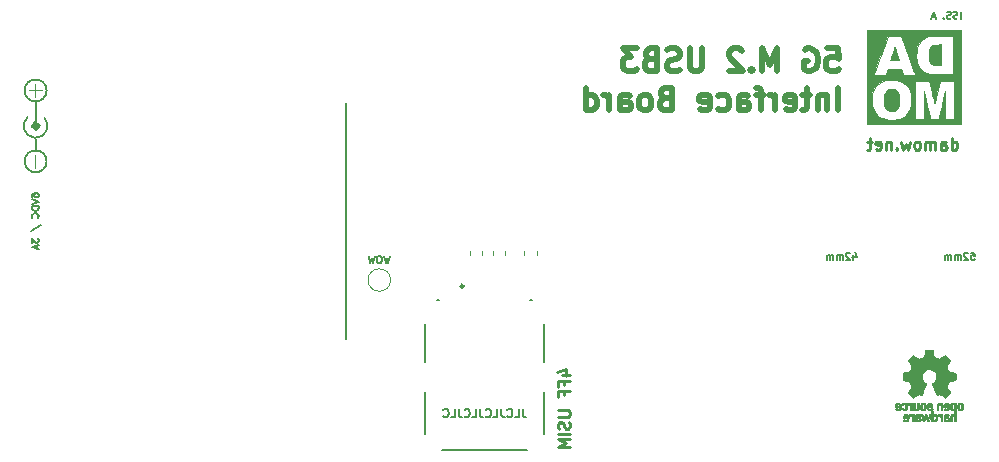
<source format=gbr>
G04 #@! TF.GenerationSoftware,KiCad,Pcbnew,(5.1.6-0-10_14)*
G04 #@! TF.CreationDate,2020-11-21T00:06:08+00:00*
G04 #@! TF.ProjectId,usb3-ngff-carrier,75736233-2d6e-4676-9666-2d6361727269,1*
G04 #@! TF.SameCoordinates,Original*
G04 #@! TF.FileFunction,Legend,Bot*
G04 #@! TF.FilePolarity,Positive*
%FSLAX46Y46*%
G04 Gerber Fmt 4.6, Leading zero omitted, Abs format (unit mm)*
G04 Created by KiCad (PCBNEW (5.1.6-0-10_14)) date 2020-11-21 00:06:08*
%MOMM*%
%LPD*%
G01*
G04 APERTURE LIST*
%ADD10C,0.152400*%
%ADD11C,0.150000*%
%ADD12C,0.120000*%
%ADD13C,0.250000*%
%ADD14C,0.475000*%
%ADD15C,0.010000*%
%ADD16C,0.500000*%
%ADD17C,3.000000*%
%ADD18R,0.650000X1.300000*%
%ADD19R,0.480000X1.800000*%
%ADD20R,1.030000X1.000000*%
%ADD21C,1.500000*%
%ADD22O,1.700000X1.700000*%
%ADD23R,1.700000X1.700000*%
%ADD24C,1.100000*%
%ADD25C,1.600000*%
%ADD26R,1.800000X4.400000*%
%ADD27O,1.800000X4.000000*%
%ADD28O,4.000000X1.800000*%
%ADD29C,4.700000*%
G04 APERTURE END LIST*
D10*
X28250000Y-10000000D02*
X28250000Y-30000000D01*
D11*
X43233333Y-35916666D02*
X43233333Y-36416666D01*
X43266666Y-36516666D01*
X43333333Y-36583333D01*
X43433333Y-36616666D01*
X43500000Y-36616666D01*
X42566666Y-36616666D02*
X42900000Y-36616666D01*
X42900000Y-35916666D01*
X41933333Y-36550000D02*
X41966666Y-36583333D01*
X42066666Y-36616666D01*
X42133333Y-36616666D01*
X42233333Y-36583333D01*
X42300000Y-36516666D01*
X42333333Y-36450000D01*
X42366666Y-36316666D01*
X42366666Y-36216666D01*
X42333333Y-36083333D01*
X42300000Y-36016666D01*
X42233333Y-35950000D01*
X42133333Y-35916666D01*
X42066666Y-35916666D01*
X41966666Y-35950000D01*
X41933333Y-35983333D01*
X41433333Y-35916666D02*
X41433333Y-36416666D01*
X41466666Y-36516666D01*
X41533333Y-36583333D01*
X41633333Y-36616666D01*
X41700000Y-36616666D01*
X40766666Y-36616666D02*
X41100000Y-36616666D01*
X41100000Y-35916666D01*
X40133333Y-36550000D02*
X40166666Y-36583333D01*
X40266666Y-36616666D01*
X40333333Y-36616666D01*
X40433333Y-36583333D01*
X40500000Y-36516666D01*
X40533333Y-36450000D01*
X40566666Y-36316666D01*
X40566666Y-36216666D01*
X40533333Y-36083333D01*
X40500000Y-36016666D01*
X40433333Y-35950000D01*
X40333333Y-35916666D01*
X40266666Y-35916666D01*
X40166666Y-35950000D01*
X40133333Y-35983333D01*
X39633333Y-35916666D02*
X39633333Y-36416666D01*
X39666666Y-36516666D01*
X39733333Y-36583333D01*
X39833333Y-36616666D01*
X39900000Y-36616666D01*
X38966666Y-36616666D02*
X39300000Y-36616666D01*
X39300000Y-35916666D01*
X38333333Y-36550000D02*
X38366666Y-36583333D01*
X38466666Y-36616666D01*
X38533333Y-36616666D01*
X38633333Y-36583333D01*
X38700000Y-36516666D01*
X38733333Y-36450000D01*
X38766666Y-36316666D01*
X38766666Y-36216666D01*
X38733333Y-36083333D01*
X38700000Y-36016666D01*
X38633333Y-35950000D01*
X38533333Y-35916666D01*
X38466666Y-35916666D01*
X38366666Y-35950000D01*
X38333333Y-35983333D01*
X37833333Y-35916666D02*
X37833333Y-36416666D01*
X37866666Y-36516666D01*
X37933333Y-36583333D01*
X38033333Y-36616666D01*
X38100000Y-36616666D01*
X37166666Y-36616666D02*
X37500000Y-36616666D01*
X37500000Y-35916666D01*
X36533333Y-36550000D02*
X36566666Y-36583333D01*
X36666666Y-36616666D01*
X36733333Y-36616666D01*
X36833333Y-36583333D01*
X36900000Y-36516666D01*
X36933333Y-36450000D01*
X36966666Y-36316666D01*
X36966666Y-36216666D01*
X36933333Y-36083333D01*
X36900000Y-36016666D01*
X36833333Y-35950000D01*
X36733333Y-35916666D01*
X36666666Y-35916666D01*
X36566666Y-35950000D01*
X36533333Y-35983333D01*
D12*
X1425000Y-8950000D02*
X2525000Y-8950000D01*
X1975000Y-9500000D02*
X1975000Y-8400000D01*
X1975000Y-15500000D02*
X1975000Y-14400000D01*
D11*
X80309642Y-2871428D02*
X80309642Y-2271428D01*
X80052500Y-2842857D02*
X79966785Y-2871428D01*
X79823928Y-2871428D01*
X79766785Y-2842857D01*
X79738214Y-2814285D01*
X79709642Y-2757142D01*
X79709642Y-2700000D01*
X79738214Y-2642857D01*
X79766785Y-2614285D01*
X79823928Y-2585714D01*
X79938214Y-2557142D01*
X79995357Y-2528571D01*
X80023928Y-2500000D01*
X80052500Y-2442857D01*
X80052500Y-2385714D01*
X80023928Y-2328571D01*
X79995357Y-2300000D01*
X79938214Y-2271428D01*
X79795357Y-2271428D01*
X79709642Y-2300000D01*
X79481071Y-2842857D02*
X79395357Y-2871428D01*
X79252500Y-2871428D01*
X79195357Y-2842857D01*
X79166785Y-2814285D01*
X79138214Y-2757142D01*
X79138214Y-2700000D01*
X79166785Y-2642857D01*
X79195357Y-2614285D01*
X79252500Y-2585714D01*
X79366785Y-2557142D01*
X79423928Y-2528571D01*
X79452500Y-2500000D01*
X79481071Y-2442857D01*
X79481071Y-2385714D01*
X79452500Y-2328571D01*
X79423928Y-2300000D01*
X79366785Y-2271428D01*
X79223928Y-2271428D01*
X79138214Y-2300000D01*
X78881071Y-2814285D02*
X78852500Y-2842857D01*
X78881071Y-2871428D01*
X78909642Y-2842857D01*
X78881071Y-2814285D01*
X78881071Y-2871428D01*
X78166785Y-2700000D02*
X77881071Y-2700000D01*
X78223928Y-2871428D02*
X78023928Y-2271428D01*
X77823928Y-2871428D01*
X1671428Y-17942857D02*
X1671428Y-17828571D01*
X1700000Y-17771428D01*
X1728571Y-17742857D01*
X1814285Y-17685714D01*
X1928571Y-17657142D01*
X2157142Y-17657142D01*
X2214285Y-17685714D01*
X2242857Y-17714285D01*
X2271428Y-17771428D01*
X2271428Y-17885714D01*
X2242857Y-17942857D01*
X2214285Y-17971428D01*
X2157142Y-18000000D01*
X2014285Y-18000000D01*
X1957142Y-17971428D01*
X1928571Y-17942857D01*
X1900000Y-17885714D01*
X1900000Y-17771428D01*
X1928571Y-17714285D01*
X1957142Y-17685714D01*
X2014285Y-17657142D01*
X1671428Y-18171428D02*
X2271428Y-18371428D01*
X1671428Y-18571428D01*
X2271428Y-18771428D02*
X1671428Y-18771428D01*
X1671428Y-18914285D01*
X1700000Y-19000000D01*
X1757142Y-19057142D01*
X1814285Y-19085714D01*
X1928571Y-19114285D01*
X2014285Y-19114285D01*
X2128571Y-19085714D01*
X2185714Y-19057142D01*
X2242857Y-19000000D01*
X2271428Y-18914285D01*
X2271428Y-18771428D01*
X2214285Y-19714285D02*
X2242857Y-19685714D01*
X2271428Y-19600000D01*
X2271428Y-19542857D01*
X2242857Y-19457142D01*
X2185714Y-19400000D01*
X2128571Y-19371428D01*
X2014285Y-19342857D01*
X1928571Y-19342857D01*
X1814285Y-19371428D01*
X1757142Y-19400000D01*
X1700000Y-19457142D01*
X1671428Y-19542857D01*
X1671428Y-19600000D01*
X1700000Y-19685714D01*
X1728571Y-19714285D01*
X1642857Y-20857142D02*
X2414285Y-20342857D01*
X1671428Y-21457142D02*
X1671428Y-21828571D01*
X1900000Y-21628571D01*
X1900000Y-21714285D01*
X1928571Y-21771428D01*
X1957142Y-21800000D01*
X2014285Y-21828571D01*
X2157142Y-21828571D01*
X2214285Y-21800000D01*
X2242857Y-21771428D01*
X2271428Y-21714285D01*
X2271428Y-21542857D01*
X2242857Y-21485714D01*
X2214285Y-21457142D01*
X2100000Y-22057142D02*
X2100000Y-22342857D01*
X2271428Y-22000000D02*
X1671428Y-22200000D01*
X2271428Y-22400000D01*
X81192857Y-22671428D02*
X81478571Y-22671428D01*
X81507142Y-22957142D01*
X81478571Y-22928571D01*
X81421428Y-22900000D01*
X81278571Y-22900000D01*
X81221428Y-22928571D01*
X81192857Y-22957142D01*
X81164285Y-23014285D01*
X81164285Y-23157142D01*
X81192857Y-23214285D01*
X81221428Y-23242857D01*
X81278571Y-23271428D01*
X81421428Y-23271428D01*
X81478571Y-23242857D01*
X81507142Y-23214285D01*
X80935714Y-22728571D02*
X80907142Y-22700000D01*
X80850000Y-22671428D01*
X80707142Y-22671428D01*
X80650000Y-22700000D01*
X80621428Y-22728571D01*
X80592857Y-22785714D01*
X80592857Y-22842857D01*
X80621428Y-22928571D01*
X80964285Y-23271428D01*
X80592857Y-23271428D01*
X80335714Y-23271428D02*
X80335714Y-22871428D01*
X80335714Y-22928571D02*
X80307142Y-22900000D01*
X80250000Y-22871428D01*
X80164285Y-22871428D01*
X80107142Y-22900000D01*
X80078571Y-22957142D01*
X80078571Y-23271428D01*
X80078571Y-22957142D02*
X80050000Y-22900000D01*
X79992857Y-22871428D01*
X79907142Y-22871428D01*
X79850000Y-22900000D01*
X79821428Y-22957142D01*
X79821428Y-23271428D01*
X79535714Y-23271428D02*
X79535714Y-22871428D01*
X79535714Y-22928571D02*
X79507142Y-22900000D01*
X79450000Y-22871428D01*
X79364285Y-22871428D01*
X79307142Y-22900000D01*
X79278571Y-22957142D01*
X79278571Y-23271428D01*
X79278571Y-22957142D02*
X79250000Y-22900000D01*
X79192857Y-22871428D01*
X79107142Y-22871428D01*
X79050000Y-22900000D01*
X79021428Y-22957142D01*
X79021428Y-23271428D01*
X71221428Y-22871428D02*
X71221428Y-23271428D01*
X71364285Y-22642857D02*
X71507142Y-23071428D01*
X71135714Y-23071428D01*
X70935714Y-22728571D02*
X70907142Y-22700000D01*
X70850000Y-22671428D01*
X70707142Y-22671428D01*
X70650000Y-22700000D01*
X70621428Y-22728571D01*
X70592857Y-22785714D01*
X70592857Y-22842857D01*
X70621428Y-22928571D01*
X70964285Y-23271428D01*
X70592857Y-23271428D01*
X70335714Y-23271428D02*
X70335714Y-22871428D01*
X70335714Y-22928571D02*
X70307142Y-22900000D01*
X70250000Y-22871428D01*
X70164285Y-22871428D01*
X70107142Y-22900000D01*
X70078571Y-22957142D01*
X70078571Y-23271428D01*
X70078571Y-22957142D02*
X70050000Y-22900000D01*
X69992857Y-22871428D01*
X69907142Y-22871428D01*
X69850000Y-22900000D01*
X69821428Y-22957142D01*
X69821428Y-23271428D01*
X69535714Y-23271428D02*
X69535714Y-22871428D01*
X69535714Y-22928571D02*
X69507142Y-22900000D01*
X69450000Y-22871428D01*
X69364285Y-22871428D01*
X69307142Y-22900000D01*
X69278571Y-22957142D01*
X69278571Y-23271428D01*
X69278571Y-22957142D02*
X69250000Y-22900000D01*
X69192857Y-22871428D01*
X69107142Y-22871428D01*
X69050000Y-22900000D01*
X69021428Y-22957142D01*
X69021428Y-23271428D01*
D13*
X46560714Y-33017857D02*
X47227380Y-33017857D01*
X46179761Y-32779761D02*
X46894047Y-32541666D01*
X46894047Y-33160714D01*
X46703571Y-33875000D02*
X46703571Y-33541666D01*
X47227380Y-33541666D02*
X46227380Y-33541666D01*
X46227380Y-34017857D01*
X46703571Y-34732142D02*
X46703571Y-34398809D01*
X47227380Y-34398809D02*
X46227380Y-34398809D01*
X46227380Y-34875000D01*
X46227380Y-36017857D02*
X47036904Y-36017857D01*
X47132142Y-36065476D01*
X47179761Y-36113095D01*
X47227380Y-36208333D01*
X47227380Y-36398809D01*
X47179761Y-36494047D01*
X47132142Y-36541666D01*
X47036904Y-36589285D01*
X46227380Y-36589285D01*
X47179761Y-37017857D02*
X47227380Y-37160714D01*
X47227380Y-37398809D01*
X47179761Y-37494047D01*
X47132142Y-37541666D01*
X47036904Y-37589285D01*
X46941666Y-37589285D01*
X46846428Y-37541666D01*
X46798809Y-37494047D01*
X46751190Y-37398809D01*
X46703571Y-37208333D01*
X46655952Y-37113095D01*
X46608333Y-37065476D01*
X46513095Y-37017857D01*
X46417857Y-37017857D01*
X46322619Y-37065476D01*
X46275000Y-37113095D01*
X46227380Y-37208333D01*
X46227380Y-37446428D01*
X46275000Y-37589285D01*
X47227380Y-38017857D02*
X46227380Y-38017857D01*
X47227380Y-38494047D02*
X46227380Y-38494047D01*
X46941666Y-38827380D01*
X46227380Y-39160714D01*
X47227380Y-39160714D01*
X79570833Y-13952380D02*
X79570833Y-12952380D01*
X79570833Y-13904761D02*
X79666071Y-13952380D01*
X79856547Y-13952380D01*
X79951785Y-13904761D01*
X79999404Y-13857142D01*
X80047023Y-13761904D01*
X80047023Y-13476190D01*
X79999404Y-13380952D01*
X79951785Y-13333333D01*
X79856547Y-13285714D01*
X79666071Y-13285714D01*
X79570833Y-13333333D01*
X78666071Y-13952380D02*
X78666071Y-13428571D01*
X78713690Y-13333333D01*
X78808928Y-13285714D01*
X78999404Y-13285714D01*
X79094642Y-13333333D01*
X78666071Y-13904761D02*
X78761309Y-13952380D01*
X78999404Y-13952380D01*
X79094642Y-13904761D01*
X79142261Y-13809523D01*
X79142261Y-13714285D01*
X79094642Y-13619047D01*
X78999404Y-13571428D01*
X78761309Y-13571428D01*
X78666071Y-13523809D01*
X78189880Y-13952380D02*
X78189880Y-13285714D01*
X78189880Y-13380952D02*
X78142261Y-13333333D01*
X78047023Y-13285714D01*
X77904166Y-13285714D01*
X77808928Y-13333333D01*
X77761309Y-13428571D01*
X77761309Y-13952380D01*
X77761309Y-13428571D02*
X77713690Y-13333333D01*
X77618452Y-13285714D01*
X77475595Y-13285714D01*
X77380357Y-13333333D01*
X77332738Y-13428571D01*
X77332738Y-13952380D01*
X76713690Y-13952380D02*
X76808928Y-13904761D01*
X76856547Y-13857142D01*
X76904166Y-13761904D01*
X76904166Y-13476190D01*
X76856547Y-13380952D01*
X76808928Y-13333333D01*
X76713690Y-13285714D01*
X76570833Y-13285714D01*
X76475595Y-13333333D01*
X76427976Y-13380952D01*
X76380357Y-13476190D01*
X76380357Y-13761904D01*
X76427976Y-13857142D01*
X76475595Y-13904761D01*
X76570833Y-13952380D01*
X76713690Y-13952380D01*
X76047023Y-13285714D02*
X75856547Y-13952380D01*
X75666071Y-13476190D01*
X75475595Y-13952380D01*
X75285119Y-13285714D01*
X74904166Y-13857142D02*
X74856547Y-13904761D01*
X74904166Y-13952380D01*
X74951785Y-13904761D01*
X74904166Y-13857142D01*
X74904166Y-13952380D01*
X74427976Y-13285714D02*
X74427976Y-13952380D01*
X74427976Y-13380952D02*
X74380357Y-13333333D01*
X74285119Y-13285714D01*
X74142261Y-13285714D01*
X74047023Y-13333333D01*
X73999404Y-13428571D01*
X73999404Y-13952380D01*
X73142261Y-13904761D02*
X73237500Y-13952380D01*
X73427976Y-13952380D01*
X73523214Y-13904761D01*
X73570833Y-13809523D01*
X73570833Y-13428571D01*
X73523214Y-13333333D01*
X73427976Y-13285714D01*
X73237500Y-13285714D01*
X73142261Y-13333333D01*
X73094642Y-13428571D01*
X73094642Y-13523809D01*
X73570833Y-13619047D01*
X72808928Y-13285714D02*
X72427976Y-13285714D01*
X72666071Y-12952380D02*
X72666071Y-13809523D01*
X72618452Y-13904761D01*
X72523214Y-13952380D01*
X72427976Y-13952380D01*
D14*
X69034107Y-5397023D02*
X69938869Y-5397023D01*
X70029345Y-6301785D01*
X69938869Y-6211309D01*
X69757916Y-6120833D01*
X69305535Y-6120833D01*
X69124583Y-6211309D01*
X69034107Y-6301785D01*
X68943630Y-6482738D01*
X68943630Y-6935119D01*
X69034107Y-7116071D01*
X69124583Y-7206547D01*
X69305535Y-7297023D01*
X69757916Y-7297023D01*
X69938869Y-7206547D01*
X70029345Y-7116071D01*
X67134107Y-5487500D02*
X67315059Y-5397023D01*
X67586488Y-5397023D01*
X67857916Y-5487500D01*
X68038869Y-5668452D01*
X68129345Y-5849404D01*
X68219821Y-6211309D01*
X68219821Y-6482738D01*
X68129345Y-6844642D01*
X68038869Y-7025595D01*
X67857916Y-7206547D01*
X67586488Y-7297023D01*
X67405535Y-7297023D01*
X67134107Y-7206547D01*
X67043630Y-7116071D01*
X67043630Y-6482738D01*
X67405535Y-6482738D01*
X64781726Y-7297023D02*
X64781726Y-5397023D01*
X64148392Y-6754166D01*
X63515059Y-5397023D01*
X63515059Y-7297023D01*
X62610297Y-7116071D02*
X62519821Y-7206547D01*
X62610297Y-7297023D01*
X62700773Y-7206547D01*
X62610297Y-7116071D01*
X62610297Y-7297023D01*
X61796011Y-5577976D02*
X61705535Y-5487500D01*
X61524583Y-5397023D01*
X61072202Y-5397023D01*
X60891250Y-5487500D01*
X60800773Y-5577976D01*
X60710297Y-5758928D01*
X60710297Y-5939880D01*
X60800773Y-6211309D01*
X61886488Y-7297023D01*
X60710297Y-7297023D01*
X58448392Y-5397023D02*
X58448392Y-6935119D01*
X58357916Y-7116071D01*
X58267440Y-7206547D01*
X58086488Y-7297023D01*
X57724583Y-7297023D01*
X57543630Y-7206547D01*
X57453154Y-7116071D01*
X57362678Y-6935119D01*
X57362678Y-5397023D01*
X56548392Y-7206547D02*
X56276964Y-7297023D01*
X55824583Y-7297023D01*
X55643630Y-7206547D01*
X55553154Y-7116071D01*
X55462678Y-6935119D01*
X55462678Y-6754166D01*
X55553154Y-6573214D01*
X55643630Y-6482738D01*
X55824583Y-6392261D01*
X56186488Y-6301785D01*
X56367440Y-6211309D01*
X56457916Y-6120833D01*
X56548392Y-5939880D01*
X56548392Y-5758928D01*
X56457916Y-5577976D01*
X56367440Y-5487500D01*
X56186488Y-5397023D01*
X55734107Y-5397023D01*
X55462678Y-5487500D01*
X54015059Y-6301785D02*
X53743630Y-6392261D01*
X53653154Y-6482738D01*
X53562678Y-6663690D01*
X53562678Y-6935119D01*
X53653154Y-7116071D01*
X53743630Y-7206547D01*
X53924583Y-7297023D01*
X54648392Y-7297023D01*
X54648392Y-5397023D01*
X54015059Y-5397023D01*
X53834107Y-5487500D01*
X53743630Y-5577976D01*
X53653154Y-5758928D01*
X53653154Y-5939880D01*
X53743630Y-6120833D01*
X53834107Y-6211309D01*
X54015059Y-6301785D01*
X54648392Y-6301785D01*
X52929345Y-5397023D02*
X51753154Y-5397023D01*
X52386488Y-6120833D01*
X52115059Y-6120833D01*
X51934107Y-6211309D01*
X51843630Y-6301785D01*
X51753154Y-6482738D01*
X51753154Y-6935119D01*
X51843630Y-7116071D01*
X51934107Y-7206547D01*
X52115059Y-7297023D01*
X52657916Y-7297023D01*
X52838869Y-7206547D01*
X52929345Y-7116071D01*
X69938869Y-10622023D02*
X69938869Y-8722023D01*
X69034107Y-9355357D02*
X69034107Y-10622023D01*
X69034107Y-9536309D02*
X68943630Y-9445833D01*
X68762678Y-9355357D01*
X68491250Y-9355357D01*
X68310297Y-9445833D01*
X68219821Y-9626785D01*
X68219821Y-10622023D01*
X67586488Y-9355357D02*
X66862678Y-9355357D01*
X67315059Y-8722023D02*
X67315059Y-10350595D01*
X67224583Y-10531547D01*
X67043630Y-10622023D01*
X66862678Y-10622023D01*
X65505535Y-10531547D02*
X65686488Y-10622023D01*
X66048392Y-10622023D01*
X66229345Y-10531547D01*
X66319821Y-10350595D01*
X66319821Y-9626785D01*
X66229345Y-9445833D01*
X66048392Y-9355357D01*
X65686488Y-9355357D01*
X65505535Y-9445833D01*
X65415059Y-9626785D01*
X65415059Y-9807738D01*
X66319821Y-9988690D01*
X64600773Y-10622023D02*
X64600773Y-9355357D01*
X64600773Y-9717261D02*
X64510297Y-9536309D01*
X64419821Y-9445833D01*
X64238869Y-9355357D01*
X64057916Y-9355357D01*
X63696011Y-9355357D02*
X62972202Y-9355357D01*
X63424583Y-10622023D02*
X63424583Y-8993452D01*
X63334107Y-8812500D01*
X63153154Y-8722023D01*
X62972202Y-8722023D01*
X61524583Y-10622023D02*
X61524583Y-9626785D01*
X61615059Y-9445833D01*
X61796011Y-9355357D01*
X62157916Y-9355357D01*
X62338869Y-9445833D01*
X61524583Y-10531547D02*
X61705535Y-10622023D01*
X62157916Y-10622023D01*
X62338869Y-10531547D01*
X62429345Y-10350595D01*
X62429345Y-10169642D01*
X62338869Y-9988690D01*
X62157916Y-9898214D01*
X61705535Y-9898214D01*
X61524583Y-9807738D01*
X59805535Y-10531547D02*
X59986488Y-10622023D01*
X60348392Y-10622023D01*
X60529345Y-10531547D01*
X60619821Y-10441071D01*
X60710297Y-10260119D01*
X60710297Y-9717261D01*
X60619821Y-9536309D01*
X60529345Y-9445833D01*
X60348392Y-9355357D01*
X59986488Y-9355357D01*
X59805535Y-9445833D01*
X58267440Y-10531547D02*
X58448392Y-10622023D01*
X58810297Y-10622023D01*
X58991250Y-10531547D01*
X59081726Y-10350595D01*
X59081726Y-9626785D01*
X58991250Y-9445833D01*
X58810297Y-9355357D01*
X58448392Y-9355357D01*
X58267440Y-9445833D01*
X58176964Y-9626785D01*
X58176964Y-9807738D01*
X59081726Y-9988690D01*
X55281726Y-9626785D02*
X55010297Y-9717261D01*
X54919821Y-9807738D01*
X54829345Y-9988690D01*
X54829345Y-10260119D01*
X54919821Y-10441071D01*
X55010297Y-10531547D01*
X55191250Y-10622023D01*
X55915059Y-10622023D01*
X55915059Y-8722023D01*
X55281726Y-8722023D01*
X55100773Y-8812500D01*
X55010297Y-8902976D01*
X54919821Y-9083928D01*
X54919821Y-9264880D01*
X55010297Y-9445833D01*
X55100773Y-9536309D01*
X55281726Y-9626785D01*
X55915059Y-9626785D01*
X53743630Y-10622023D02*
X53924583Y-10531547D01*
X54015059Y-10441071D01*
X54105535Y-10260119D01*
X54105535Y-9717261D01*
X54015059Y-9536309D01*
X53924583Y-9445833D01*
X53743630Y-9355357D01*
X53472202Y-9355357D01*
X53291250Y-9445833D01*
X53200773Y-9536309D01*
X53110297Y-9717261D01*
X53110297Y-10260119D01*
X53200773Y-10441071D01*
X53291250Y-10531547D01*
X53472202Y-10622023D01*
X53743630Y-10622023D01*
X51481726Y-10622023D02*
X51481726Y-9626785D01*
X51572202Y-9445833D01*
X51753154Y-9355357D01*
X52115059Y-9355357D01*
X52296011Y-9445833D01*
X51481726Y-10531547D02*
X51662678Y-10622023D01*
X52115059Y-10622023D01*
X52296011Y-10531547D01*
X52386488Y-10350595D01*
X52386488Y-10169642D01*
X52296011Y-9988690D01*
X52115059Y-9898214D01*
X51662678Y-9898214D01*
X51481726Y-9807738D01*
X50576964Y-10622023D02*
X50576964Y-9355357D01*
X50576964Y-9717261D02*
X50486488Y-9536309D01*
X50396011Y-9445833D01*
X50215059Y-9355357D01*
X50034107Y-9355357D01*
X48586488Y-10622023D02*
X48586488Y-8722023D01*
X48586488Y-10531547D02*
X48767440Y-10622023D01*
X49129345Y-10622023D01*
X49310297Y-10531547D01*
X49400773Y-10441071D01*
X49491250Y-10260119D01*
X49491250Y-9717261D01*
X49400773Y-9536309D01*
X49310297Y-9445833D01*
X49129345Y-9355357D01*
X48767440Y-9355357D01*
X48586488Y-9445833D01*
D15*
G36*
X79558759Y-35419184D02*
G01*
X79532247Y-35432282D01*
X79499553Y-35455106D01*
X79475725Y-35479996D01*
X79459406Y-35511249D01*
X79449240Y-35553166D01*
X79443872Y-35610044D01*
X79441944Y-35686184D01*
X79441831Y-35718917D01*
X79442161Y-35790656D01*
X79443527Y-35841927D01*
X79446500Y-35877404D01*
X79451649Y-35901763D01*
X79459543Y-35919680D01*
X79467757Y-35931902D01*
X79520187Y-35983905D01*
X79581930Y-36015184D01*
X79648536Y-36024592D01*
X79715558Y-36010980D01*
X79736792Y-36001354D01*
X79787624Y-35974859D01*
X79787624Y-36390052D01*
X79750525Y-36370868D01*
X79701643Y-36356025D01*
X79641561Y-36352222D01*
X79581564Y-36359243D01*
X79536256Y-36375013D01*
X79498675Y-36405047D01*
X79466564Y-36448024D01*
X79464150Y-36452436D01*
X79453967Y-36473221D01*
X79446530Y-36494170D01*
X79441411Y-36519548D01*
X79438181Y-36553618D01*
X79436413Y-36600641D01*
X79435677Y-36664882D01*
X79435544Y-36737176D01*
X79435544Y-36967822D01*
X79573861Y-36967822D01*
X79573861Y-36542533D01*
X79612549Y-36509979D01*
X79652738Y-36483940D01*
X79690797Y-36479205D01*
X79729066Y-36491389D01*
X79749462Y-36503320D01*
X79764642Y-36520313D01*
X79775438Y-36545995D01*
X79782683Y-36583991D01*
X79787208Y-36637926D01*
X79789844Y-36711425D01*
X79790772Y-36760347D01*
X79793911Y-36961535D01*
X79859926Y-36965336D01*
X79925940Y-36969136D01*
X79925940Y-35720650D01*
X79787624Y-35720650D01*
X79784097Y-35790254D01*
X79772215Y-35838569D01*
X79750020Y-35868631D01*
X79715559Y-35883471D01*
X79680742Y-35886436D01*
X79641329Y-35883028D01*
X79615171Y-35869617D01*
X79598814Y-35851896D01*
X79585937Y-35832835D01*
X79578272Y-35811601D01*
X79574861Y-35781849D01*
X79574749Y-35737236D01*
X79575897Y-35699880D01*
X79578532Y-35643604D01*
X79582456Y-35606658D01*
X79589063Y-35583223D01*
X79599749Y-35567480D01*
X79609833Y-35558380D01*
X79651970Y-35538537D01*
X79701840Y-35535332D01*
X79730476Y-35542168D01*
X79758828Y-35566464D01*
X79777609Y-35613728D01*
X79786712Y-35683624D01*
X79787624Y-35720650D01*
X79925940Y-35720650D01*
X79925940Y-35408614D01*
X79856782Y-35408614D01*
X79815260Y-35410256D01*
X79793838Y-35416087D01*
X79787626Y-35427461D01*
X79787624Y-35427798D01*
X79784742Y-35438938D01*
X79772030Y-35437673D01*
X79746757Y-35425433D01*
X79687869Y-35406707D01*
X79621615Y-35404739D01*
X79558759Y-35419184D01*
G37*
X79558759Y-35419184D02*
X79532247Y-35432282D01*
X79499553Y-35455106D01*
X79475725Y-35479996D01*
X79459406Y-35511249D01*
X79449240Y-35553166D01*
X79443872Y-35610044D01*
X79441944Y-35686184D01*
X79441831Y-35718917D01*
X79442161Y-35790656D01*
X79443527Y-35841927D01*
X79446500Y-35877404D01*
X79451649Y-35901763D01*
X79459543Y-35919680D01*
X79467757Y-35931902D01*
X79520187Y-35983905D01*
X79581930Y-36015184D01*
X79648536Y-36024592D01*
X79715558Y-36010980D01*
X79736792Y-36001354D01*
X79787624Y-35974859D01*
X79787624Y-36390052D01*
X79750525Y-36370868D01*
X79701643Y-36356025D01*
X79641561Y-36352222D01*
X79581564Y-36359243D01*
X79536256Y-36375013D01*
X79498675Y-36405047D01*
X79466564Y-36448024D01*
X79464150Y-36452436D01*
X79453967Y-36473221D01*
X79446530Y-36494170D01*
X79441411Y-36519548D01*
X79438181Y-36553618D01*
X79436413Y-36600641D01*
X79435677Y-36664882D01*
X79435544Y-36737176D01*
X79435544Y-36967822D01*
X79573861Y-36967822D01*
X79573861Y-36542533D01*
X79612549Y-36509979D01*
X79652738Y-36483940D01*
X79690797Y-36479205D01*
X79729066Y-36491389D01*
X79749462Y-36503320D01*
X79764642Y-36520313D01*
X79775438Y-36545995D01*
X79782683Y-36583991D01*
X79787208Y-36637926D01*
X79789844Y-36711425D01*
X79790772Y-36760347D01*
X79793911Y-36961535D01*
X79859926Y-36965336D01*
X79925940Y-36969136D01*
X79925940Y-35720650D01*
X79787624Y-35720650D01*
X79784097Y-35790254D01*
X79772215Y-35838569D01*
X79750020Y-35868631D01*
X79715559Y-35883471D01*
X79680742Y-35886436D01*
X79641329Y-35883028D01*
X79615171Y-35869617D01*
X79598814Y-35851896D01*
X79585937Y-35832835D01*
X79578272Y-35811601D01*
X79574861Y-35781849D01*
X79574749Y-35737236D01*
X79575897Y-35699880D01*
X79578532Y-35643604D01*
X79582456Y-35606658D01*
X79589063Y-35583223D01*
X79599749Y-35567480D01*
X79609833Y-35558380D01*
X79651970Y-35538537D01*
X79701840Y-35535332D01*
X79730476Y-35542168D01*
X79758828Y-35566464D01*
X79777609Y-35613728D01*
X79786712Y-35683624D01*
X79787624Y-35720650D01*
X79925940Y-35720650D01*
X79925940Y-35408614D01*
X79856782Y-35408614D01*
X79815260Y-35410256D01*
X79793838Y-35416087D01*
X79787626Y-35427461D01*
X79787624Y-35427798D01*
X79784742Y-35438938D01*
X79772030Y-35437673D01*
X79746757Y-35425433D01*
X79687869Y-35406707D01*
X79621615Y-35404739D01*
X79558759Y-35419184D01*
G36*
X79034210Y-36356555D02*
G01*
X78975055Y-36372339D01*
X78930023Y-36400948D01*
X78898246Y-36438419D01*
X78888366Y-36454411D01*
X78881073Y-36471163D01*
X78875974Y-36492592D01*
X78872679Y-36522616D01*
X78870797Y-36565154D01*
X78869937Y-36624122D01*
X78869707Y-36703440D01*
X78869703Y-36724484D01*
X78869703Y-36967822D01*
X78930059Y-36967822D01*
X78968557Y-36965126D01*
X78997023Y-36958295D01*
X79004155Y-36954083D01*
X79023652Y-36946813D01*
X79043566Y-36954083D01*
X79076353Y-36963160D01*
X79123978Y-36966813D01*
X79176764Y-36965228D01*
X79225036Y-36958589D01*
X79253218Y-36950072D01*
X79307753Y-36915063D01*
X79341835Y-36866479D01*
X79357157Y-36801882D01*
X79357299Y-36800223D01*
X79355955Y-36771566D01*
X79234356Y-36771566D01*
X79223726Y-36804161D01*
X79206410Y-36822505D01*
X79171652Y-36836379D01*
X79125773Y-36841917D01*
X79078988Y-36839191D01*
X79041514Y-36828274D01*
X79031015Y-36821269D01*
X79012668Y-36788904D01*
X79008020Y-36752111D01*
X79008020Y-36703763D01*
X79077582Y-36703763D01*
X79143667Y-36708850D01*
X79193764Y-36723263D01*
X79224929Y-36745729D01*
X79234356Y-36771566D01*
X79355955Y-36771566D01*
X79353987Y-36729647D01*
X79330710Y-36673845D01*
X79286948Y-36631647D01*
X79280899Y-36627808D01*
X79254907Y-36615309D01*
X79222735Y-36607740D01*
X79177760Y-36604061D01*
X79124331Y-36603216D01*
X79008020Y-36603169D01*
X79008020Y-36554411D01*
X79012953Y-36516581D01*
X79025543Y-36491236D01*
X79027017Y-36489887D01*
X79055034Y-36478800D01*
X79097326Y-36474503D01*
X79144064Y-36476615D01*
X79185418Y-36484756D01*
X79209957Y-36496965D01*
X79223253Y-36506746D01*
X79237294Y-36508613D01*
X79256671Y-36500600D01*
X79285976Y-36480739D01*
X79329803Y-36447063D01*
X79333825Y-36443909D01*
X79331764Y-36432236D01*
X79314568Y-36412822D01*
X79288433Y-36391248D01*
X79259552Y-36373096D01*
X79250478Y-36368809D01*
X79217380Y-36360256D01*
X79168880Y-36354155D01*
X79114695Y-36351708D01*
X79112161Y-36351703D01*
X79034210Y-36356555D01*
G37*
X79034210Y-36356555D02*
X78975055Y-36372339D01*
X78930023Y-36400948D01*
X78898246Y-36438419D01*
X78888366Y-36454411D01*
X78881073Y-36471163D01*
X78875974Y-36492592D01*
X78872679Y-36522616D01*
X78870797Y-36565154D01*
X78869937Y-36624122D01*
X78869707Y-36703440D01*
X78869703Y-36724484D01*
X78869703Y-36967822D01*
X78930059Y-36967822D01*
X78968557Y-36965126D01*
X78997023Y-36958295D01*
X79004155Y-36954083D01*
X79023652Y-36946813D01*
X79043566Y-36954083D01*
X79076353Y-36963160D01*
X79123978Y-36966813D01*
X79176764Y-36965228D01*
X79225036Y-36958589D01*
X79253218Y-36950072D01*
X79307753Y-36915063D01*
X79341835Y-36866479D01*
X79357157Y-36801882D01*
X79357299Y-36800223D01*
X79355955Y-36771566D01*
X79234356Y-36771566D01*
X79223726Y-36804161D01*
X79206410Y-36822505D01*
X79171652Y-36836379D01*
X79125773Y-36841917D01*
X79078988Y-36839191D01*
X79041514Y-36828274D01*
X79031015Y-36821269D01*
X79012668Y-36788904D01*
X79008020Y-36752111D01*
X79008020Y-36703763D01*
X79077582Y-36703763D01*
X79143667Y-36708850D01*
X79193764Y-36723263D01*
X79224929Y-36745729D01*
X79234356Y-36771566D01*
X79355955Y-36771566D01*
X79353987Y-36729647D01*
X79330710Y-36673845D01*
X79286948Y-36631647D01*
X79280899Y-36627808D01*
X79254907Y-36615309D01*
X79222735Y-36607740D01*
X79177760Y-36604061D01*
X79124331Y-36603216D01*
X79008020Y-36603169D01*
X79008020Y-36554411D01*
X79012953Y-36516581D01*
X79025543Y-36491236D01*
X79027017Y-36489887D01*
X79055034Y-36478800D01*
X79097326Y-36474503D01*
X79144064Y-36476615D01*
X79185418Y-36484756D01*
X79209957Y-36496965D01*
X79223253Y-36506746D01*
X79237294Y-36508613D01*
X79256671Y-36500600D01*
X79285976Y-36480739D01*
X79329803Y-36447063D01*
X79333825Y-36443909D01*
X79331764Y-36432236D01*
X79314568Y-36412822D01*
X79288433Y-36391248D01*
X79259552Y-36373096D01*
X79250478Y-36368809D01*
X79217380Y-36360256D01*
X79168880Y-36354155D01*
X79114695Y-36351708D01*
X79112161Y-36351703D01*
X79034210Y-36356555D01*
G36*
X78643356Y-36353020D02*
G01*
X78624539Y-36358660D01*
X78618473Y-36371053D01*
X78618218Y-36376647D01*
X78617129Y-36392230D01*
X78609632Y-36394676D01*
X78589381Y-36383993D01*
X78577351Y-36376694D01*
X78539400Y-36361063D01*
X78494072Y-36353334D01*
X78446544Y-36352740D01*
X78401995Y-36358513D01*
X78365602Y-36369884D01*
X78342543Y-36386088D01*
X78337996Y-36406355D01*
X78340291Y-36411843D01*
X78357020Y-36434626D01*
X78382963Y-36462647D01*
X78387655Y-36467177D01*
X78412383Y-36488005D01*
X78433718Y-36494735D01*
X78463555Y-36490038D01*
X78475508Y-36486917D01*
X78512705Y-36479421D01*
X78538859Y-36482792D01*
X78560946Y-36494681D01*
X78581178Y-36510635D01*
X78596079Y-36530700D01*
X78606434Y-36558702D01*
X78613029Y-36598467D01*
X78616649Y-36653823D01*
X78618078Y-36728594D01*
X78618218Y-36773740D01*
X78618218Y-36967822D01*
X78743960Y-36967822D01*
X78743960Y-36351683D01*
X78681089Y-36351683D01*
X78643356Y-36353020D01*
G37*
X78643356Y-36353020D02*
X78624539Y-36358660D01*
X78618473Y-36371053D01*
X78618218Y-36376647D01*
X78617129Y-36392230D01*
X78609632Y-36394676D01*
X78589381Y-36383993D01*
X78577351Y-36376694D01*
X78539400Y-36361063D01*
X78494072Y-36353334D01*
X78446544Y-36352740D01*
X78401995Y-36358513D01*
X78365602Y-36369884D01*
X78342543Y-36386088D01*
X78337996Y-36406355D01*
X78340291Y-36411843D01*
X78357020Y-36434626D01*
X78382963Y-36462647D01*
X78387655Y-36467177D01*
X78412383Y-36488005D01*
X78433718Y-36494735D01*
X78463555Y-36490038D01*
X78475508Y-36486917D01*
X78512705Y-36479421D01*
X78538859Y-36482792D01*
X78560946Y-36494681D01*
X78581178Y-36510635D01*
X78596079Y-36530700D01*
X78606434Y-36558702D01*
X78613029Y-36598467D01*
X78616649Y-36653823D01*
X78618078Y-36728594D01*
X78618218Y-36773740D01*
X78618218Y-36967822D01*
X78743960Y-36967822D01*
X78743960Y-36351683D01*
X78681089Y-36351683D01*
X78643356Y-36353020D01*
G36*
X77851188Y-36967822D02*
G01*
X77920346Y-36967822D01*
X77960488Y-36966645D01*
X77981394Y-36961772D01*
X77988922Y-36951186D01*
X77989505Y-36944029D01*
X77990774Y-36929676D01*
X77998779Y-36926923D01*
X78019815Y-36935771D01*
X78036173Y-36944029D01*
X78098977Y-36963597D01*
X78167248Y-36964729D01*
X78222752Y-36950135D01*
X78274438Y-36914877D01*
X78313838Y-36862835D01*
X78335413Y-36801450D01*
X78335962Y-36798018D01*
X78339167Y-36760571D01*
X78340761Y-36706813D01*
X78340633Y-36666155D01*
X78203279Y-36666155D01*
X78200097Y-36720194D01*
X78192859Y-36764735D01*
X78183060Y-36789888D01*
X78145989Y-36824260D01*
X78101974Y-36836582D01*
X78056584Y-36826618D01*
X78017797Y-36796895D01*
X78003108Y-36776905D01*
X77994519Y-36753050D01*
X77990496Y-36718230D01*
X77989505Y-36665930D01*
X77991278Y-36614139D01*
X77995963Y-36568634D01*
X78002603Y-36538181D01*
X78003710Y-36535452D01*
X78030491Y-36503000D01*
X78069579Y-36485183D01*
X78113315Y-36482306D01*
X78154038Y-36494674D01*
X78184087Y-36522593D01*
X78187204Y-36528148D01*
X78196961Y-36562022D01*
X78202277Y-36610728D01*
X78203279Y-36666155D01*
X78340633Y-36666155D01*
X78340568Y-36645540D01*
X78339664Y-36612563D01*
X78333514Y-36530981D01*
X78320733Y-36469730D01*
X78299471Y-36424449D01*
X78267878Y-36390779D01*
X78237207Y-36371014D01*
X78194354Y-36357120D01*
X78141056Y-36352354D01*
X78086480Y-36356236D01*
X78039792Y-36368282D01*
X78015124Y-36382693D01*
X77989505Y-36405878D01*
X77989505Y-36112773D01*
X77851188Y-36112773D01*
X77851188Y-36967822D01*
G37*
X77851188Y-36967822D02*
X77920346Y-36967822D01*
X77960488Y-36966645D01*
X77981394Y-36961772D01*
X77988922Y-36951186D01*
X77989505Y-36944029D01*
X77990774Y-36929676D01*
X77998779Y-36926923D01*
X78019815Y-36935771D01*
X78036173Y-36944029D01*
X78098977Y-36963597D01*
X78167248Y-36964729D01*
X78222752Y-36950135D01*
X78274438Y-36914877D01*
X78313838Y-36862835D01*
X78335413Y-36801450D01*
X78335962Y-36798018D01*
X78339167Y-36760571D01*
X78340761Y-36706813D01*
X78340633Y-36666155D01*
X78203279Y-36666155D01*
X78200097Y-36720194D01*
X78192859Y-36764735D01*
X78183060Y-36789888D01*
X78145989Y-36824260D01*
X78101974Y-36836582D01*
X78056584Y-36826618D01*
X78017797Y-36796895D01*
X78003108Y-36776905D01*
X77994519Y-36753050D01*
X77990496Y-36718230D01*
X77989505Y-36665930D01*
X77991278Y-36614139D01*
X77995963Y-36568634D01*
X78002603Y-36538181D01*
X78003710Y-36535452D01*
X78030491Y-36503000D01*
X78069579Y-36485183D01*
X78113315Y-36482306D01*
X78154038Y-36494674D01*
X78184087Y-36522593D01*
X78187204Y-36528148D01*
X78196961Y-36562022D01*
X78202277Y-36610728D01*
X78203279Y-36666155D01*
X78340633Y-36666155D01*
X78340568Y-36645540D01*
X78339664Y-36612563D01*
X78333514Y-36530981D01*
X78320733Y-36469730D01*
X78299471Y-36424449D01*
X78267878Y-36390779D01*
X78237207Y-36371014D01*
X78194354Y-36357120D01*
X78141056Y-36352354D01*
X78086480Y-36356236D01*
X78039792Y-36368282D01*
X78015124Y-36382693D01*
X77989505Y-36405878D01*
X77989505Y-36112773D01*
X77851188Y-36112773D01*
X77851188Y-36967822D01*
G36*
X77368476Y-36354237D02*
G01*
X77318745Y-36357971D01*
X77188709Y-36747773D01*
X77168322Y-36678614D01*
X77156054Y-36635874D01*
X77139915Y-36578115D01*
X77122488Y-36514625D01*
X77113274Y-36480570D01*
X77078612Y-36351683D01*
X76935609Y-36351683D01*
X76978354Y-36486857D01*
X76999404Y-36553342D01*
X77024833Y-36633539D01*
X77051390Y-36717193D01*
X77075098Y-36791782D01*
X77129098Y-36961535D01*
X77187402Y-36965328D01*
X77245705Y-36969122D01*
X77277321Y-36864734D01*
X77296818Y-36799889D01*
X77318096Y-36728400D01*
X77336692Y-36665263D01*
X77337426Y-36662750D01*
X77351316Y-36619969D01*
X77363571Y-36590779D01*
X77372154Y-36579741D01*
X77373918Y-36581018D01*
X77380109Y-36598130D01*
X77391872Y-36634787D01*
X77407775Y-36686378D01*
X77426386Y-36748294D01*
X77436457Y-36782352D01*
X77490993Y-36967822D01*
X77606736Y-36967822D01*
X77699263Y-36675471D01*
X77725256Y-36593462D01*
X77748934Y-36518987D01*
X77769180Y-36455544D01*
X77784874Y-36406632D01*
X77794898Y-36375749D01*
X77797945Y-36366726D01*
X77795533Y-36357487D01*
X77776592Y-36353441D01*
X77737177Y-36353846D01*
X77731007Y-36354152D01*
X77657914Y-36357971D01*
X77610043Y-36534010D01*
X77592447Y-36598211D01*
X77576723Y-36654649D01*
X77564254Y-36698422D01*
X77556426Y-36724630D01*
X77554980Y-36728903D01*
X77548986Y-36723990D01*
X77536899Y-36698532D01*
X77520107Y-36655997D01*
X77499997Y-36599850D01*
X77482997Y-36549130D01*
X77418206Y-36350504D01*
X77368476Y-36354237D01*
G37*
X77368476Y-36354237D02*
X77318745Y-36357971D01*
X77188709Y-36747773D01*
X77168322Y-36678614D01*
X77156054Y-36635874D01*
X77139915Y-36578115D01*
X77122488Y-36514625D01*
X77113274Y-36480570D01*
X77078612Y-36351683D01*
X76935609Y-36351683D01*
X76978354Y-36486857D01*
X76999404Y-36553342D01*
X77024833Y-36633539D01*
X77051390Y-36717193D01*
X77075098Y-36791782D01*
X77129098Y-36961535D01*
X77187402Y-36965328D01*
X77245705Y-36969122D01*
X77277321Y-36864734D01*
X77296818Y-36799889D01*
X77318096Y-36728400D01*
X77336692Y-36665263D01*
X77337426Y-36662750D01*
X77351316Y-36619969D01*
X77363571Y-36590779D01*
X77372154Y-36579741D01*
X77373918Y-36581018D01*
X77380109Y-36598130D01*
X77391872Y-36634787D01*
X77407775Y-36686378D01*
X77426386Y-36748294D01*
X77436457Y-36782352D01*
X77490993Y-36967822D01*
X77606736Y-36967822D01*
X77699263Y-36675471D01*
X77725256Y-36593462D01*
X77748934Y-36518987D01*
X77769180Y-36455544D01*
X77784874Y-36406632D01*
X77794898Y-36375749D01*
X77797945Y-36366726D01*
X77795533Y-36357487D01*
X77776592Y-36353441D01*
X77737177Y-36353846D01*
X77731007Y-36354152D01*
X77657914Y-36357971D01*
X77610043Y-36534010D01*
X77592447Y-36598211D01*
X77576723Y-36654649D01*
X77564254Y-36698422D01*
X77556426Y-36724630D01*
X77554980Y-36728903D01*
X77548986Y-36723990D01*
X77536899Y-36698532D01*
X77520107Y-36655997D01*
X77499997Y-36599850D01*
X77482997Y-36549130D01*
X77418206Y-36350504D01*
X77368476Y-36354237D01*
G36*
X76611589Y-36355417D02*
G01*
X76558589Y-36368290D01*
X76543269Y-36375110D01*
X76513572Y-36392974D01*
X76490780Y-36413093D01*
X76473917Y-36438962D01*
X76462002Y-36474073D01*
X76454058Y-36521920D01*
X76449106Y-36585996D01*
X76446169Y-36669794D01*
X76445053Y-36725768D01*
X76440948Y-36967822D01*
X76511068Y-36967822D01*
X76553607Y-36966038D01*
X76575524Y-36959942D01*
X76581188Y-36949706D01*
X76584179Y-36938637D01*
X76597549Y-36940754D01*
X76615767Y-36949629D01*
X76661376Y-36963233D01*
X76719993Y-36966899D01*
X76781646Y-36960903D01*
X76836362Y-36945521D01*
X76841270Y-36943386D01*
X76891277Y-36908255D01*
X76924244Y-36859419D01*
X76939413Y-36802333D01*
X76938254Y-36781824D01*
X76814492Y-36781824D01*
X76803587Y-36809425D01*
X76771255Y-36829204D01*
X76719090Y-36839819D01*
X76691213Y-36841228D01*
X76644753Y-36837620D01*
X76613871Y-36823597D01*
X76606336Y-36816931D01*
X76585924Y-36780666D01*
X76581188Y-36747773D01*
X76581188Y-36703763D01*
X76642487Y-36703763D01*
X76713744Y-36707395D01*
X76763724Y-36718818D01*
X76795304Y-36738824D01*
X76802374Y-36747743D01*
X76814492Y-36781824D01*
X76938254Y-36781824D01*
X76936029Y-36742456D01*
X76913337Y-36685244D01*
X76882376Y-36646580D01*
X76863624Y-36629864D01*
X76845267Y-36618878D01*
X76821381Y-36612180D01*
X76786043Y-36608326D01*
X76733331Y-36605873D01*
X76712423Y-36605168D01*
X76581188Y-36600879D01*
X76581380Y-36561158D01*
X76586463Y-36519405D01*
X76604838Y-36494158D01*
X76641961Y-36478030D01*
X76642957Y-36477742D01*
X76695590Y-36471400D01*
X76747094Y-36479684D01*
X76785370Y-36499827D01*
X76800728Y-36509773D01*
X76817270Y-36508397D01*
X76842725Y-36493987D01*
X76857672Y-36483817D01*
X76886909Y-36462088D01*
X76905020Y-36445800D01*
X76907926Y-36441137D01*
X76895960Y-36417005D01*
X76860604Y-36388185D01*
X76845247Y-36378461D01*
X76801099Y-36361714D01*
X76741602Y-36352227D01*
X76675513Y-36350095D01*
X76611589Y-36355417D01*
G37*
X76611589Y-36355417D02*
X76558589Y-36368290D01*
X76543269Y-36375110D01*
X76513572Y-36392974D01*
X76490780Y-36413093D01*
X76473917Y-36438962D01*
X76462002Y-36474073D01*
X76454058Y-36521920D01*
X76449106Y-36585996D01*
X76446169Y-36669794D01*
X76445053Y-36725768D01*
X76440948Y-36967822D01*
X76511068Y-36967822D01*
X76553607Y-36966038D01*
X76575524Y-36959942D01*
X76581188Y-36949706D01*
X76584179Y-36938637D01*
X76597549Y-36940754D01*
X76615767Y-36949629D01*
X76661376Y-36963233D01*
X76719993Y-36966899D01*
X76781646Y-36960903D01*
X76836362Y-36945521D01*
X76841270Y-36943386D01*
X76891277Y-36908255D01*
X76924244Y-36859419D01*
X76939413Y-36802333D01*
X76938254Y-36781824D01*
X76814492Y-36781824D01*
X76803587Y-36809425D01*
X76771255Y-36829204D01*
X76719090Y-36839819D01*
X76691213Y-36841228D01*
X76644753Y-36837620D01*
X76613871Y-36823597D01*
X76606336Y-36816931D01*
X76585924Y-36780666D01*
X76581188Y-36747773D01*
X76581188Y-36703763D01*
X76642487Y-36703763D01*
X76713744Y-36707395D01*
X76763724Y-36718818D01*
X76795304Y-36738824D01*
X76802374Y-36747743D01*
X76814492Y-36781824D01*
X76938254Y-36781824D01*
X76936029Y-36742456D01*
X76913337Y-36685244D01*
X76882376Y-36646580D01*
X76863624Y-36629864D01*
X76845267Y-36618878D01*
X76821381Y-36612180D01*
X76786043Y-36608326D01*
X76733331Y-36605873D01*
X76712423Y-36605168D01*
X76581188Y-36600879D01*
X76581380Y-36561158D01*
X76586463Y-36519405D01*
X76604838Y-36494158D01*
X76641961Y-36478030D01*
X76642957Y-36477742D01*
X76695590Y-36471400D01*
X76747094Y-36479684D01*
X76785370Y-36499827D01*
X76800728Y-36509773D01*
X76817270Y-36508397D01*
X76842725Y-36493987D01*
X76857672Y-36483817D01*
X76886909Y-36462088D01*
X76905020Y-36445800D01*
X76907926Y-36441137D01*
X76895960Y-36417005D01*
X76860604Y-36388185D01*
X76845247Y-36378461D01*
X76801099Y-36361714D01*
X76741602Y-36352227D01*
X76675513Y-36350095D01*
X76611589Y-36355417D01*
G36*
X76014745Y-36351486D02*
G01*
X75966405Y-36361015D01*
X75938886Y-36375125D01*
X75909936Y-36398568D01*
X75951124Y-36450571D01*
X75976518Y-36482064D01*
X75993762Y-36497428D01*
X76010898Y-36499776D01*
X76035973Y-36492217D01*
X76047743Y-36487941D01*
X76095730Y-36481631D01*
X76139676Y-36495156D01*
X76171940Y-36525710D01*
X76177181Y-36535452D01*
X76182888Y-36561258D01*
X76187294Y-36608817D01*
X76190189Y-36674758D01*
X76191369Y-36755710D01*
X76191386Y-36767226D01*
X76191386Y-36967822D01*
X76329703Y-36967822D01*
X76329703Y-36351683D01*
X76260544Y-36351683D01*
X76220667Y-36352725D01*
X76199893Y-36357358D01*
X76192211Y-36367849D01*
X76191386Y-36377745D01*
X76191386Y-36403806D01*
X76158255Y-36377745D01*
X76120265Y-36359965D01*
X76069230Y-36351174D01*
X76014745Y-36351486D01*
G37*
X76014745Y-36351486D02*
X75966405Y-36361015D01*
X75938886Y-36375125D01*
X75909936Y-36398568D01*
X75951124Y-36450571D01*
X75976518Y-36482064D01*
X75993762Y-36497428D01*
X76010898Y-36499776D01*
X76035973Y-36492217D01*
X76047743Y-36487941D01*
X76095730Y-36481631D01*
X76139676Y-36495156D01*
X76171940Y-36525710D01*
X76177181Y-36535452D01*
X76182888Y-36561258D01*
X76187294Y-36608817D01*
X76190189Y-36674758D01*
X76191369Y-36755710D01*
X76191386Y-36767226D01*
X76191386Y-36967822D01*
X76329703Y-36967822D01*
X76329703Y-36351683D01*
X76260544Y-36351683D01*
X76220667Y-36352725D01*
X76199893Y-36357358D01*
X76192211Y-36367849D01*
X76191386Y-36377745D01*
X76191386Y-36403806D01*
X76158255Y-36377745D01*
X76120265Y-36359965D01*
X76069230Y-36351174D01*
X76014745Y-36351486D01*
G36*
X75617419Y-36354970D02*
G01*
X75557315Y-36370597D01*
X75506979Y-36402848D01*
X75482607Y-36426940D01*
X75442655Y-36483895D01*
X75419758Y-36549965D01*
X75411892Y-36631182D01*
X75411852Y-36637748D01*
X75411782Y-36703763D01*
X75791736Y-36703763D01*
X75783637Y-36738342D01*
X75769013Y-36769659D01*
X75743419Y-36802291D01*
X75738065Y-36807500D01*
X75692057Y-36835694D01*
X75639590Y-36840475D01*
X75579197Y-36821926D01*
X75568960Y-36816931D01*
X75537561Y-36801745D01*
X75516530Y-36793094D01*
X75512861Y-36792293D01*
X75500052Y-36800063D01*
X75475622Y-36819072D01*
X75463221Y-36829460D01*
X75437524Y-36853321D01*
X75429085Y-36869077D01*
X75434942Y-36883571D01*
X75438072Y-36887534D01*
X75459275Y-36904879D01*
X75494262Y-36925959D01*
X75518663Y-36938265D01*
X75587928Y-36959946D01*
X75664612Y-36966971D01*
X75737235Y-36958647D01*
X75757574Y-36952686D01*
X75820524Y-36918952D01*
X75867185Y-36867045D01*
X75897827Y-36796459D01*
X75912718Y-36706692D01*
X75914353Y-36659753D01*
X75909579Y-36591413D01*
X75789010Y-36591413D01*
X75777348Y-36596465D01*
X75746002Y-36600429D01*
X75700429Y-36602768D01*
X75669554Y-36603169D01*
X75614019Y-36602783D01*
X75578967Y-36600975D01*
X75559738Y-36596773D01*
X75551670Y-36589203D01*
X75550099Y-36578218D01*
X75560879Y-36544381D01*
X75588020Y-36510940D01*
X75623723Y-36485272D01*
X75659440Y-36474772D01*
X75707952Y-36484086D01*
X75749947Y-36511013D01*
X75779064Y-36549827D01*
X75789010Y-36591413D01*
X75909579Y-36591413D01*
X75907401Y-36560236D01*
X75885945Y-36480949D01*
X75849530Y-36421263D01*
X75797703Y-36380549D01*
X75730010Y-36358179D01*
X75693338Y-36353871D01*
X75617419Y-36354970D01*
G37*
X75617419Y-36354970D02*
X75557315Y-36370597D01*
X75506979Y-36402848D01*
X75482607Y-36426940D01*
X75442655Y-36483895D01*
X75419758Y-36549965D01*
X75411892Y-36631182D01*
X75411852Y-36637748D01*
X75411782Y-36703763D01*
X75791736Y-36703763D01*
X75783637Y-36738342D01*
X75769013Y-36769659D01*
X75743419Y-36802291D01*
X75738065Y-36807500D01*
X75692057Y-36835694D01*
X75639590Y-36840475D01*
X75579197Y-36821926D01*
X75568960Y-36816931D01*
X75537561Y-36801745D01*
X75516530Y-36793094D01*
X75512861Y-36792293D01*
X75500052Y-36800063D01*
X75475622Y-36819072D01*
X75463221Y-36829460D01*
X75437524Y-36853321D01*
X75429085Y-36869077D01*
X75434942Y-36883571D01*
X75438072Y-36887534D01*
X75459275Y-36904879D01*
X75494262Y-36925959D01*
X75518663Y-36938265D01*
X75587928Y-36959946D01*
X75664612Y-36966971D01*
X75737235Y-36958647D01*
X75757574Y-36952686D01*
X75820524Y-36918952D01*
X75867185Y-36867045D01*
X75897827Y-36796459D01*
X75912718Y-36706692D01*
X75914353Y-36659753D01*
X75909579Y-36591413D01*
X75789010Y-36591413D01*
X75777348Y-36596465D01*
X75746002Y-36600429D01*
X75700429Y-36602768D01*
X75669554Y-36603169D01*
X75614019Y-36602783D01*
X75578967Y-36600975D01*
X75559738Y-36596773D01*
X75551670Y-36589203D01*
X75550099Y-36578218D01*
X75560879Y-36544381D01*
X75588020Y-36510940D01*
X75623723Y-36485272D01*
X75659440Y-36474772D01*
X75707952Y-36484086D01*
X75749947Y-36511013D01*
X75779064Y-36549827D01*
X75789010Y-36591413D01*
X75909579Y-36591413D01*
X75907401Y-36560236D01*
X75885945Y-36480949D01*
X75849530Y-36421263D01*
X75797703Y-36380549D01*
X75730010Y-36358179D01*
X75693338Y-36353871D01*
X75617419Y-36354970D01*
G36*
X80188261Y-35415148D02*
G01*
X80122479Y-35444231D01*
X80072540Y-35492793D01*
X80038374Y-35560908D01*
X80019907Y-35648651D01*
X80018583Y-35662351D01*
X80017546Y-35758939D01*
X80030993Y-35843602D01*
X80058108Y-35912221D01*
X80072627Y-35934294D01*
X80123201Y-35981011D01*
X80187609Y-36011268D01*
X80259666Y-36023824D01*
X80333185Y-36017439D01*
X80389072Y-35997772D01*
X80437132Y-35964629D01*
X80476412Y-35921175D01*
X80477092Y-35920158D01*
X80493044Y-35893338D01*
X80503410Y-35866368D01*
X80509688Y-35832332D01*
X80513373Y-35784310D01*
X80514997Y-35744931D01*
X80515672Y-35709219D01*
X80389955Y-35709219D01*
X80388726Y-35744770D01*
X80384266Y-35792094D01*
X80376397Y-35822465D01*
X80362207Y-35844072D01*
X80348917Y-35856694D01*
X80301802Y-35883122D01*
X80252505Y-35886653D01*
X80206593Y-35867639D01*
X80183638Y-35846331D01*
X80167096Y-35824859D01*
X80157421Y-35804313D01*
X80153174Y-35777574D01*
X80152920Y-35737523D01*
X80154228Y-35700638D01*
X80157043Y-35647947D01*
X80161505Y-35613772D01*
X80169548Y-35591480D01*
X80183103Y-35574442D01*
X80193845Y-35564703D01*
X80238777Y-35539123D01*
X80287249Y-35537847D01*
X80327894Y-35552999D01*
X80362567Y-35584642D01*
X80383224Y-35636620D01*
X80389955Y-35709219D01*
X80515672Y-35709219D01*
X80516479Y-35666621D01*
X80513948Y-35608056D01*
X80506362Y-35564007D01*
X80492681Y-35529248D01*
X80471865Y-35498551D01*
X80464147Y-35489436D01*
X80415889Y-35444021D01*
X80364128Y-35417493D01*
X80300828Y-35406379D01*
X80269961Y-35405471D01*
X80188261Y-35415148D01*
G37*
X80188261Y-35415148D02*
X80122479Y-35444231D01*
X80072540Y-35492793D01*
X80038374Y-35560908D01*
X80019907Y-35648651D01*
X80018583Y-35662351D01*
X80017546Y-35758939D01*
X80030993Y-35843602D01*
X80058108Y-35912221D01*
X80072627Y-35934294D01*
X80123201Y-35981011D01*
X80187609Y-36011268D01*
X80259666Y-36023824D01*
X80333185Y-36017439D01*
X80389072Y-35997772D01*
X80437132Y-35964629D01*
X80476412Y-35921175D01*
X80477092Y-35920158D01*
X80493044Y-35893338D01*
X80503410Y-35866368D01*
X80509688Y-35832332D01*
X80513373Y-35784310D01*
X80514997Y-35744931D01*
X80515672Y-35709219D01*
X80389955Y-35709219D01*
X80388726Y-35744770D01*
X80384266Y-35792094D01*
X80376397Y-35822465D01*
X80362207Y-35844072D01*
X80348917Y-35856694D01*
X80301802Y-35883122D01*
X80252505Y-35886653D01*
X80206593Y-35867639D01*
X80183638Y-35846331D01*
X80167096Y-35824859D01*
X80157421Y-35804313D01*
X80153174Y-35777574D01*
X80152920Y-35737523D01*
X80154228Y-35700638D01*
X80157043Y-35647947D01*
X80161505Y-35613772D01*
X80169548Y-35591480D01*
X80183103Y-35574442D01*
X80193845Y-35564703D01*
X80238777Y-35539123D01*
X80287249Y-35537847D01*
X80327894Y-35552999D01*
X80362567Y-35584642D01*
X80383224Y-35636620D01*
X80389955Y-35709219D01*
X80515672Y-35709219D01*
X80516479Y-35666621D01*
X80513948Y-35608056D01*
X80506362Y-35564007D01*
X80492681Y-35529248D01*
X80471865Y-35498551D01*
X80464147Y-35489436D01*
X80415889Y-35444021D01*
X80364128Y-35417493D01*
X80300828Y-35406379D01*
X80269961Y-35405471D01*
X80188261Y-35415148D01*
G36*
X79006699Y-35422614D02*
G01*
X78994168Y-35428514D01*
X78950799Y-35460283D01*
X78909790Y-35506646D01*
X78879168Y-35557696D01*
X78870459Y-35581166D01*
X78862512Y-35623091D01*
X78857774Y-35673757D01*
X78857199Y-35694679D01*
X78857129Y-35760693D01*
X79237083Y-35760693D01*
X79228983Y-35795273D01*
X79209104Y-35836170D01*
X79174347Y-35871514D01*
X79132998Y-35894282D01*
X79106649Y-35899010D01*
X79070916Y-35893273D01*
X79028282Y-35878882D01*
X79013799Y-35872262D01*
X78960240Y-35845513D01*
X78914533Y-35880376D01*
X78888158Y-35903955D01*
X78874124Y-35923417D01*
X78873414Y-35929129D01*
X78885951Y-35942973D01*
X78913428Y-35964012D01*
X78938366Y-35980425D01*
X79005664Y-36009930D01*
X79081110Y-36023284D01*
X79155888Y-36019812D01*
X79215495Y-36001663D01*
X79276941Y-35962784D01*
X79320608Y-35911595D01*
X79347926Y-35845367D01*
X79360322Y-35761371D01*
X79361421Y-35722936D01*
X79357022Y-35634861D01*
X79356482Y-35632299D01*
X79230582Y-35632299D01*
X79227115Y-35640558D01*
X79212863Y-35645113D01*
X79183470Y-35647065D01*
X79134575Y-35647517D01*
X79115748Y-35647525D01*
X79058467Y-35646843D01*
X79022141Y-35644364D01*
X79002604Y-35639443D01*
X78995690Y-35631434D01*
X78995445Y-35628862D01*
X79003336Y-35608423D01*
X79023085Y-35579789D01*
X79031575Y-35569763D01*
X79063094Y-35541408D01*
X79095949Y-35530259D01*
X79113651Y-35529327D01*
X79161539Y-35540981D01*
X79201699Y-35572285D01*
X79227173Y-35617752D01*
X79227625Y-35619233D01*
X79230582Y-35632299D01*
X79356482Y-35632299D01*
X79342392Y-35565510D01*
X79316038Y-35510025D01*
X79283807Y-35470639D01*
X79224217Y-35427931D01*
X79154168Y-35405109D01*
X79079661Y-35403046D01*
X79006699Y-35422614D01*
G37*
X79006699Y-35422614D02*
X78994168Y-35428514D01*
X78950799Y-35460283D01*
X78909790Y-35506646D01*
X78879168Y-35557696D01*
X78870459Y-35581166D01*
X78862512Y-35623091D01*
X78857774Y-35673757D01*
X78857199Y-35694679D01*
X78857129Y-35760693D01*
X79237083Y-35760693D01*
X79228983Y-35795273D01*
X79209104Y-35836170D01*
X79174347Y-35871514D01*
X79132998Y-35894282D01*
X79106649Y-35899010D01*
X79070916Y-35893273D01*
X79028282Y-35878882D01*
X79013799Y-35872262D01*
X78960240Y-35845513D01*
X78914533Y-35880376D01*
X78888158Y-35903955D01*
X78874124Y-35923417D01*
X78873414Y-35929129D01*
X78885951Y-35942973D01*
X78913428Y-35964012D01*
X78938366Y-35980425D01*
X79005664Y-36009930D01*
X79081110Y-36023284D01*
X79155888Y-36019812D01*
X79215495Y-36001663D01*
X79276941Y-35962784D01*
X79320608Y-35911595D01*
X79347926Y-35845367D01*
X79360322Y-35761371D01*
X79361421Y-35722936D01*
X79357022Y-35634861D01*
X79356482Y-35632299D01*
X79230582Y-35632299D01*
X79227115Y-35640558D01*
X79212863Y-35645113D01*
X79183470Y-35647065D01*
X79134575Y-35647517D01*
X79115748Y-35647525D01*
X79058467Y-35646843D01*
X79022141Y-35644364D01*
X79002604Y-35639443D01*
X78995690Y-35631434D01*
X78995445Y-35628862D01*
X79003336Y-35608423D01*
X79023085Y-35579789D01*
X79031575Y-35569763D01*
X79063094Y-35541408D01*
X79095949Y-35530259D01*
X79113651Y-35529327D01*
X79161539Y-35540981D01*
X79201699Y-35572285D01*
X79227173Y-35617752D01*
X79227625Y-35619233D01*
X79230582Y-35632299D01*
X79356482Y-35632299D01*
X79342392Y-35565510D01*
X79316038Y-35510025D01*
X79283807Y-35470639D01*
X79224217Y-35427931D01*
X79154168Y-35405109D01*
X79079661Y-35403046D01*
X79006699Y-35422614D01*
G36*
X77635983Y-35406452D02*
G01*
X77588366Y-35415482D01*
X77538966Y-35434370D01*
X77533688Y-35436777D01*
X77496226Y-35456476D01*
X77470283Y-35474781D01*
X77461897Y-35486508D01*
X77469883Y-35505632D01*
X77489280Y-35533850D01*
X77497890Y-35544384D01*
X77533372Y-35585847D01*
X77579115Y-35558858D01*
X77622650Y-35540878D01*
X77672950Y-35531267D01*
X77721188Y-35530660D01*
X77758533Y-35539691D01*
X77767495Y-35545327D01*
X77784563Y-35571171D01*
X77786637Y-35600941D01*
X77773866Y-35624197D01*
X77766312Y-35628708D01*
X77743675Y-35634309D01*
X77703885Y-35640892D01*
X77654834Y-35647183D01*
X77645785Y-35648170D01*
X77567004Y-35661798D01*
X77509864Y-35684946D01*
X77471970Y-35719752D01*
X77450921Y-35768354D01*
X77444365Y-35827718D01*
X77453423Y-35895198D01*
X77482836Y-35948188D01*
X77532722Y-35986783D01*
X77603200Y-36011081D01*
X77681435Y-36020667D01*
X77745234Y-36020552D01*
X77796984Y-36011845D01*
X77832327Y-35999825D01*
X77876983Y-35978880D01*
X77918253Y-35954574D01*
X77932921Y-35943876D01*
X77970643Y-35913084D01*
X77925148Y-35867049D01*
X77879653Y-35821013D01*
X77827928Y-35855243D01*
X77776048Y-35880952D01*
X77720649Y-35894399D01*
X77667395Y-35895818D01*
X77621951Y-35885443D01*
X77589984Y-35863507D01*
X77579662Y-35844998D01*
X77581211Y-35815314D01*
X77606860Y-35792615D01*
X77656540Y-35776940D01*
X77710969Y-35769695D01*
X77794736Y-35755873D01*
X77856967Y-35729796D01*
X77898493Y-35690699D01*
X77920147Y-35637820D01*
X77923147Y-35575126D01*
X77908329Y-35509642D01*
X77874546Y-35460144D01*
X77821495Y-35426408D01*
X77748874Y-35408207D01*
X77695072Y-35404639D01*
X77635983Y-35406452D01*
G37*
X77635983Y-35406452D02*
X77588366Y-35415482D01*
X77538966Y-35434370D01*
X77533688Y-35436777D01*
X77496226Y-35456476D01*
X77470283Y-35474781D01*
X77461897Y-35486508D01*
X77469883Y-35505632D01*
X77489280Y-35533850D01*
X77497890Y-35544384D01*
X77533372Y-35585847D01*
X77579115Y-35558858D01*
X77622650Y-35540878D01*
X77672950Y-35531267D01*
X77721188Y-35530660D01*
X77758533Y-35539691D01*
X77767495Y-35545327D01*
X77784563Y-35571171D01*
X77786637Y-35600941D01*
X77773866Y-35624197D01*
X77766312Y-35628708D01*
X77743675Y-35634309D01*
X77703885Y-35640892D01*
X77654834Y-35647183D01*
X77645785Y-35648170D01*
X77567004Y-35661798D01*
X77509864Y-35684946D01*
X77471970Y-35719752D01*
X77450921Y-35768354D01*
X77444365Y-35827718D01*
X77453423Y-35895198D01*
X77482836Y-35948188D01*
X77532722Y-35986783D01*
X77603200Y-36011081D01*
X77681435Y-36020667D01*
X77745234Y-36020552D01*
X77796984Y-36011845D01*
X77832327Y-35999825D01*
X77876983Y-35978880D01*
X77918253Y-35954574D01*
X77932921Y-35943876D01*
X77970643Y-35913084D01*
X77925148Y-35867049D01*
X77879653Y-35821013D01*
X77827928Y-35855243D01*
X77776048Y-35880952D01*
X77720649Y-35894399D01*
X77667395Y-35895818D01*
X77621951Y-35885443D01*
X77589984Y-35863507D01*
X77579662Y-35844998D01*
X77581211Y-35815314D01*
X77606860Y-35792615D01*
X77656540Y-35776940D01*
X77710969Y-35769695D01*
X77794736Y-35755873D01*
X77856967Y-35729796D01*
X77898493Y-35690699D01*
X77920147Y-35637820D01*
X77923147Y-35575126D01*
X77908329Y-35509642D01*
X77874546Y-35460144D01*
X77821495Y-35426408D01*
X77748874Y-35408207D01*
X77695072Y-35404639D01*
X77635983Y-35406452D01*
G36*
X77039238Y-35416055D02*
G01*
X76975637Y-35450692D01*
X76925877Y-35505372D01*
X76902432Y-35549842D01*
X76892366Y-35589121D01*
X76885844Y-35645116D01*
X76883049Y-35709621D01*
X76884164Y-35774429D01*
X76889374Y-35831334D01*
X76895459Y-35861727D01*
X76915986Y-35903306D01*
X76951537Y-35947468D01*
X76994381Y-35986087D01*
X77036789Y-36011034D01*
X77037823Y-36011430D01*
X77090447Y-36022331D01*
X77152812Y-36022601D01*
X77212076Y-36012676D01*
X77234960Y-36004722D01*
X77293898Y-35971300D01*
X77336110Y-35927511D01*
X77363844Y-35869538D01*
X77379349Y-35793565D01*
X77382857Y-35753771D01*
X77382410Y-35703766D01*
X77247624Y-35703766D01*
X77243083Y-35776732D01*
X77230014Y-35832334D01*
X77209244Y-35867861D01*
X77194448Y-35878020D01*
X77156536Y-35885104D01*
X77111473Y-35883007D01*
X77072513Y-35872812D01*
X77062296Y-35867204D01*
X77035341Y-35834538D01*
X77017549Y-35784545D01*
X77009976Y-35723705D01*
X77013675Y-35658497D01*
X77021943Y-35619253D01*
X77045680Y-35573805D01*
X77083151Y-35545396D01*
X77128280Y-35535573D01*
X77174989Y-35545887D01*
X77210868Y-35571112D01*
X77229723Y-35591925D01*
X77240728Y-35612439D01*
X77245974Y-35640203D01*
X77247551Y-35682762D01*
X77247624Y-35703766D01*
X77382410Y-35703766D01*
X77381906Y-35647580D01*
X77364612Y-35560501D01*
X77330971Y-35492530D01*
X77280982Y-35443664D01*
X77214644Y-35413899D01*
X77200399Y-35410448D01*
X77114790Y-35402345D01*
X77039238Y-35416055D01*
G37*
X77039238Y-35416055D02*
X76975637Y-35450692D01*
X76925877Y-35505372D01*
X76902432Y-35549842D01*
X76892366Y-35589121D01*
X76885844Y-35645116D01*
X76883049Y-35709621D01*
X76884164Y-35774429D01*
X76889374Y-35831334D01*
X76895459Y-35861727D01*
X76915986Y-35903306D01*
X76951537Y-35947468D01*
X76994381Y-35986087D01*
X77036789Y-36011034D01*
X77037823Y-36011430D01*
X77090447Y-36022331D01*
X77152812Y-36022601D01*
X77212076Y-36012676D01*
X77234960Y-36004722D01*
X77293898Y-35971300D01*
X77336110Y-35927511D01*
X77363844Y-35869538D01*
X77379349Y-35793565D01*
X77382857Y-35753771D01*
X77382410Y-35703766D01*
X77247624Y-35703766D01*
X77243083Y-35776732D01*
X77230014Y-35832334D01*
X77209244Y-35867861D01*
X77194448Y-35878020D01*
X77156536Y-35885104D01*
X77111473Y-35883007D01*
X77072513Y-35872812D01*
X77062296Y-35867204D01*
X77035341Y-35834538D01*
X77017549Y-35784545D01*
X77009976Y-35723705D01*
X77013675Y-35658497D01*
X77021943Y-35619253D01*
X77045680Y-35573805D01*
X77083151Y-35545396D01*
X77128280Y-35535573D01*
X77174989Y-35545887D01*
X77210868Y-35571112D01*
X77229723Y-35591925D01*
X77240728Y-35612439D01*
X77245974Y-35640203D01*
X77247551Y-35682762D01*
X77247624Y-35703766D01*
X77382410Y-35703766D01*
X77381906Y-35647580D01*
X77364612Y-35560501D01*
X77330971Y-35492530D01*
X77280982Y-35443664D01*
X77214644Y-35413899D01*
X77200399Y-35410448D01*
X77114790Y-35402345D01*
X77039238Y-35416055D01*
G36*
X76656633Y-35604342D02*
G01*
X76655445Y-35696563D01*
X76651103Y-35766610D01*
X76642442Y-35817381D01*
X76628296Y-35851772D01*
X76607500Y-35872679D01*
X76578890Y-35883000D01*
X76543465Y-35885636D01*
X76506364Y-35882682D01*
X76478182Y-35871889D01*
X76457757Y-35850360D01*
X76443921Y-35815199D01*
X76435509Y-35763510D01*
X76431357Y-35692394D01*
X76430297Y-35604342D01*
X76430297Y-35408614D01*
X76291980Y-35408614D01*
X76291980Y-36012179D01*
X76361138Y-36012179D01*
X76402830Y-36010489D01*
X76424299Y-36004556D01*
X76430297Y-35993293D01*
X76433909Y-35983261D01*
X76448286Y-35985383D01*
X76477264Y-35999580D01*
X76543681Y-36021480D01*
X76614125Y-36019928D01*
X76681623Y-35996147D01*
X76713767Y-35977362D01*
X76738285Y-35957022D01*
X76756196Y-35931573D01*
X76768521Y-35897458D01*
X76776277Y-35851121D01*
X76780484Y-35789007D01*
X76782160Y-35707561D01*
X76782376Y-35644578D01*
X76782376Y-35408614D01*
X76656633Y-35408614D01*
X76656633Y-35604342D01*
G37*
X76656633Y-35604342D02*
X76655445Y-35696563D01*
X76651103Y-35766610D01*
X76642442Y-35817381D01*
X76628296Y-35851772D01*
X76607500Y-35872679D01*
X76578890Y-35883000D01*
X76543465Y-35885636D01*
X76506364Y-35882682D01*
X76478182Y-35871889D01*
X76457757Y-35850360D01*
X76443921Y-35815199D01*
X76435509Y-35763510D01*
X76431357Y-35692394D01*
X76430297Y-35604342D01*
X76430297Y-35408614D01*
X76291980Y-35408614D01*
X76291980Y-36012179D01*
X76361138Y-36012179D01*
X76402830Y-36010489D01*
X76424299Y-36004556D01*
X76430297Y-35993293D01*
X76433909Y-35983261D01*
X76448286Y-35985383D01*
X76477264Y-35999580D01*
X76543681Y-36021480D01*
X76614125Y-36019928D01*
X76681623Y-35996147D01*
X76713767Y-35977362D01*
X76738285Y-35957022D01*
X76756196Y-35931573D01*
X76768521Y-35897458D01*
X76776277Y-35851121D01*
X76780484Y-35789007D01*
X76782160Y-35707561D01*
X76782376Y-35644578D01*
X76782376Y-35408614D01*
X76656633Y-35408614D01*
X76656633Y-35604342D01*
G36*
X75432774Y-35413880D02*
G01*
X75359920Y-35444830D01*
X75336973Y-35459895D01*
X75307646Y-35483048D01*
X75289236Y-35501253D01*
X75286039Y-35507183D01*
X75295065Y-35520340D01*
X75318163Y-35542667D01*
X75336656Y-35558250D01*
X75387272Y-35598926D01*
X75427240Y-35565295D01*
X75458126Y-35543584D01*
X75488241Y-35536090D01*
X75522708Y-35537920D01*
X75577439Y-35551528D01*
X75615114Y-35579772D01*
X75638009Y-35625433D01*
X75648403Y-35691289D01*
X75648405Y-35691331D01*
X75647506Y-35764939D01*
X75633537Y-35818946D01*
X75605672Y-35855716D01*
X75586675Y-35868168D01*
X75536224Y-35883673D01*
X75482337Y-35883683D01*
X75435454Y-35868638D01*
X75424356Y-35861287D01*
X75396524Y-35842511D01*
X75374764Y-35839434D01*
X75351296Y-35853409D01*
X75325351Y-35878510D01*
X75284284Y-35920880D01*
X75329879Y-35958464D01*
X75400326Y-36000882D01*
X75479767Y-36021785D01*
X75562785Y-36020272D01*
X75617306Y-36006411D01*
X75681030Y-35972135D01*
X75731995Y-35918212D01*
X75755149Y-35880149D01*
X75773901Y-35825536D01*
X75783285Y-35756369D01*
X75783357Y-35681407D01*
X75774176Y-35609409D01*
X75755801Y-35549137D01*
X75752907Y-35542958D01*
X75710048Y-35482351D01*
X75652021Y-35438224D01*
X75583409Y-35411493D01*
X75508799Y-35403073D01*
X75432774Y-35413880D01*
G37*
X75432774Y-35413880D02*
X75359920Y-35444830D01*
X75336973Y-35459895D01*
X75307646Y-35483048D01*
X75289236Y-35501253D01*
X75286039Y-35507183D01*
X75295065Y-35520340D01*
X75318163Y-35542667D01*
X75336656Y-35558250D01*
X75387272Y-35598926D01*
X75427240Y-35565295D01*
X75458126Y-35543584D01*
X75488241Y-35536090D01*
X75522708Y-35537920D01*
X75577439Y-35551528D01*
X75615114Y-35579772D01*
X75638009Y-35625433D01*
X75648403Y-35691289D01*
X75648405Y-35691331D01*
X75647506Y-35764939D01*
X75633537Y-35818946D01*
X75605672Y-35855716D01*
X75586675Y-35868168D01*
X75536224Y-35883673D01*
X75482337Y-35883683D01*
X75435454Y-35868638D01*
X75424356Y-35861287D01*
X75396524Y-35842511D01*
X75374764Y-35839434D01*
X75351296Y-35853409D01*
X75325351Y-35878510D01*
X75284284Y-35920880D01*
X75329879Y-35958464D01*
X75400326Y-36000882D01*
X75479767Y-36021785D01*
X75562785Y-36020272D01*
X75617306Y-36006411D01*
X75681030Y-35972135D01*
X75731995Y-35918212D01*
X75755149Y-35880149D01*
X75773901Y-35825536D01*
X75783285Y-35756369D01*
X75783357Y-35681407D01*
X75774176Y-35609409D01*
X75755801Y-35549137D01*
X75752907Y-35542958D01*
X75710048Y-35482351D01*
X75652021Y-35438224D01*
X75583409Y-35411493D01*
X75508799Y-35403073D01*
X75432774Y-35413880D01*
G36*
X74972102Y-35406457D02*
G01*
X74939904Y-35414279D01*
X74878175Y-35442921D01*
X74825390Y-35486667D01*
X74788859Y-35539117D01*
X74783840Y-35550893D01*
X74776955Y-35581740D01*
X74772136Y-35627371D01*
X74770495Y-35673492D01*
X74770495Y-35760693D01*
X74952822Y-35760693D01*
X75028021Y-35760978D01*
X75080997Y-35762704D01*
X75114675Y-35767181D01*
X75131980Y-35775720D01*
X75135837Y-35789630D01*
X75129171Y-35810222D01*
X75117230Y-35834315D01*
X75083920Y-35874525D01*
X75037632Y-35894558D01*
X74981056Y-35893905D01*
X74916969Y-35872101D01*
X74861583Y-35845193D01*
X74815625Y-35881532D01*
X74769667Y-35917872D01*
X74812904Y-35957819D01*
X74870626Y-35995563D01*
X74941614Y-36018320D01*
X75017971Y-36024688D01*
X75091801Y-36013268D01*
X75103713Y-36009393D01*
X75168601Y-35975506D01*
X75216870Y-35924986D01*
X75249535Y-35856325D01*
X75267615Y-35768014D01*
X75267825Y-35766121D01*
X75269444Y-35669878D01*
X75262900Y-35635542D01*
X75135148Y-35635542D01*
X75123416Y-35640822D01*
X75091562Y-35644867D01*
X75044603Y-35647176D01*
X75014846Y-35647525D01*
X74959352Y-35647306D01*
X74924654Y-35645916D01*
X74906399Y-35642251D01*
X74900234Y-35635210D01*
X74901805Y-35623690D01*
X74903122Y-35619233D01*
X74925618Y-35577355D01*
X74960997Y-35543604D01*
X74992220Y-35528773D01*
X75033699Y-35529668D01*
X75075731Y-35548164D01*
X75110988Y-35578786D01*
X75132146Y-35616062D01*
X75135148Y-35635542D01*
X75262900Y-35635542D01*
X75253310Y-35585229D01*
X75221302Y-35514191D01*
X75175299Y-35458779D01*
X75117179Y-35421009D01*
X75048820Y-35402896D01*
X74972102Y-35406457D01*
G37*
X74972102Y-35406457D02*
X74939904Y-35414279D01*
X74878175Y-35442921D01*
X74825390Y-35486667D01*
X74788859Y-35539117D01*
X74783840Y-35550893D01*
X74776955Y-35581740D01*
X74772136Y-35627371D01*
X74770495Y-35673492D01*
X74770495Y-35760693D01*
X74952822Y-35760693D01*
X75028021Y-35760978D01*
X75080997Y-35762704D01*
X75114675Y-35767181D01*
X75131980Y-35775720D01*
X75135837Y-35789630D01*
X75129171Y-35810222D01*
X75117230Y-35834315D01*
X75083920Y-35874525D01*
X75037632Y-35894558D01*
X74981056Y-35893905D01*
X74916969Y-35872101D01*
X74861583Y-35845193D01*
X74815625Y-35881532D01*
X74769667Y-35917872D01*
X74812904Y-35957819D01*
X74870626Y-35995563D01*
X74941614Y-36018320D01*
X75017971Y-36024688D01*
X75091801Y-36013268D01*
X75103713Y-36009393D01*
X75168601Y-35975506D01*
X75216870Y-35924986D01*
X75249535Y-35856325D01*
X75267615Y-35768014D01*
X75267825Y-35766121D01*
X75269444Y-35669878D01*
X75262900Y-35635542D01*
X75135148Y-35635542D01*
X75123416Y-35640822D01*
X75091562Y-35644867D01*
X75044603Y-35647176D01*
X75014846Y-35647525D01*
X74959352Y-35647306D01*
X74924654Y-35645916D01*
X74906399Y-35642251D01*
X74900234Y-35635210D01*
X74901805Y-35623690D01*
X74903122Y-35619233D01*
X74925618Y-35577355D01*
X74960997Y-35543604D01*
X74992220Y-35528773D01*
X75033699Y-35529668D01*
X75075731Y-35548164D01*
X75110988Y-35578786D01*
X75132146Y-35616062D01*
X75135148Y-35635542D01*
X75262900Y-35635542D01*
X75253310Y-35585229D01*
X75221302Y-35514191D01*
X75175299Y-35458779D01*
X75117179Y-35421009D01*
X75048820Y-35402896D01*
X74972102Y-35406457D01*
G36*
X78404012Y-35419002D02*
G01*
X78372717Y-35433950D01*
X78342409Y-35455541D01*
X78319318Y-35480391D01*
X78302500Y-35512087D01*
X78291006Y-35554214D01*
X78283891Y-35610358D01*
X78280207Y-35684106D01*
X78279008Y-35779044D01*
X78278989Y-35788985D01*
X78278713Y-36012179D01*
X78417030Y-36012179D01*
X78417030Y-35806418D01*
X78417128Y-35730189D01*
X78417809Y-35674939D01*
X78419651Y-35636501D01*
X78423233Y-35610706D01*
X78429132Y-35593384D01*
X78437927Y-35580368D01*
X78450180Y-35567507D01*
X78493047Y-35539873D01*
X78539843Y-35534745D01*
X78584424Y-35552217D01*
X78599928Y-35565221D01*
X78611310Y-35577447D01*
X78619481Y-35590540D01*
X78624974Y-35608615D01*
X78628320Y-35635787D01*
X78630051Y-35676170D01*
X78630697Y-35733879D01*
X78630792Y-35804132D01*
X78630792Y-36012179D01*
X78769109Y-36012179D01*
X78769109Y-35408614D01*
X78699950Y-35408614D01*
X78658428Y-35410256D01*
X78637006Y-35416087D01*
X78630795Y-35427461D01*
X78630792Y-35427798D01*
X78627910Y-35438938D01*
X78615199Y-35437674D01*
X78589926Y-35425434D01*
X78532605Y-35407424D01*
X78467037Y-35405421D01*
X78404012Y-35419002D01*
G37*
X78404012Y-35419002D02*
X78372717Y-35433950D01*
X78342409Y-35455541D01*
X78319318Y-35480391D01*
X78302500Y-35512087D01*
X78291006Y-35554214D01*
X78283891Y-35610358D01*
X78280207Y-35684106D01*
X78279008Y-35779044D01*
X78278989Y-35788985D01*
X78278713Y-36012179D01*
X78417030Y-36012179D01*
X78417030Y-35806418D01*
X78417128Y-35730189D01*
X78417809Y-35674939D01*
X78419651Y-35636501D01*
X78423233Y-35610706D01*
X78429132Y-35593384D01*
X78437927Y-35580368D01*
X78450180Y-35567507D01*
X78493047Y-35539873D01*
X78539843Y-35534745D01*
X78584424Y-35552217D01*
X78599928Y-35565221D01*
X78611310Y-35577447D01*
X78619481Y-35590540D01*
X78624974Y-35608615D01*
X78628320Y-35635787D01*
X78630051Y-35676170D01*
X78630697Y-35733879D01*
X78630792Y-35804132D01*
X78630792Y-36012179D01*
X78769109Y-36012179D01*
X78769109Y-35408614D01*
X78699950Y-35408614D01*
X78658428Y-35410256D01*
X78637006Y-35416087D01*
X78630795Y-35427461D01*
X78630792Y-35427798D01*
X78627910Y-35438938D01*
X78615199Y-35437674D01*
X78589926Y-35425434D01*
X78532605Y-35407424D01*
X78467037Y-35405421D01*
X78404012Y-35419002D01*
G36*
X75850540Y-35408030D02*
G01*
X75807289Y-35421245D01*
X75779442Y-35437941D01*
X75770371Y-35451145D01*
X75772868Y-35466797D01*
X75789069Y-35491385D01*
X75802768Y-35508800D01*
X75831008Y-35540283D01*
X75852225Y-35553529D01*
X75870312Y-35552664D01*
X75923965Y-35539010D01*
X75963370Y-35539630D01*
X75995368Y-35555104D01*
X76006110Y-35564161D01*
X76040495Y-35596027D01*
X76040495Y-36012179D01*
X76178812Y-36012179D01*
X76178812Y-35408614D01*
X76109653Y-35408614D01*
X76068131Y-35410256D01*
X76046709Y-35416087D01*
X76040498Y-35427461D01*
X76040495Y-35427798D01*
X76037561Y-35439713D01*
X76024296Y-35438159D01*
X76005916Y-35429563D01*
X75967954Y-35413568D01*
X75937128Y-35403945D01*
X75897464Y-35401478D01*
X75850540Y-35408030D01*
G37*
X75850540Y-35408030D02*
X75807289Y-35421245D01*
X75779442Y-35437941D01*
X75770371Y-35451145D01*
X75772868Y-35466797D01*
X75789069Y-35491385D01*
X75802768Y-35508800D01*
X75831008Y-35540283D01*
X75852225Y-35553529D01*
X75870312Y-35552664D01*
X75923965Y-35539010D01*
X75963370Y-35539630D01*
X75995368Y-35555104D01*
X76006110Y-35564161D01*
X76040495Y-35596027D01*
X76040495Y-36012179D01*
X76178812Y-36012179D01*
X76178812Y-35408614D01*
X76109653Y-35408614D01*
X76068131Y-35410256D01*
X76046709Y-35416087D01*
X76040498Y-35427461D01*
X76040495Y-35427798D01*
X76037561Y-35439713D01*
X76024296Y-35438159D01*
X76005916Y-35429563D01*
X75967954Y-35413568D01*
X75937128Y-35403945D01*
X75897464Y-35401478D01*
X75850540Y-35408030D01*
G36*
X77273036Y-31240018D02*
G01*
X77216188Y-31541570D01*
X76796662Y-31714512D01*
X76545016Y-31543395D01*
X76474542Y-31495750D01*
X76410837Y-31453210D01*
X76356874Y-31417715D01*
X76315627Y-31391210D01*
X76290066Y-31375636D01*
X76283105Y-31372278D01*
X76270565Y-31380914D01*
X76243769Y-31404792D01*
X76205720Y-31440859D01*
X76159421Y-31486067D01*
X76107877Y-31537364D01*
X76054091Y-31591701D01*
X76001065Y-31646028D01*
X75951805Y-31697295D01*
X75909313Y-31742451D01*
X75876593Y-31778446D01*
X75856649Y-31802230D01*
X75851881Y-31810190D01*
X75858743Y-31824865D01*
X75877980Y-31857014D01*
X75907570Y-31903492D01*
X75945490Y-31961156D01*
X75989718Y-32026860D01*
X76015346Y-32064336D01*
X76062059Y-32132768D01*
X76103568Y-32194520D01*
X76137860Y-32246519D01*
X76162920Y-32285692D01*
X76176736Y-32308965D01*
X76178812Y-32313855D01*
X76174105Y-32327755D01*
X76161277Y-32360150D01*
X76142262Y-32406485D01*
X76118997Y-32462206D01*
X76093416Y-32522758D01*
X76067455Y-32583586D01*
X76043050Y-32640136D01*
X76022137Y-32687852D01*
X76006651Y-32722181D01*
X75998528Y-32738568D01*
X75998048Y-32739212D01*
X75985293Y-32742341D01*
X75951323Y-32749321D01*
X75899660Y-32759467D01*
X75833824Y-32772092D01*
X75757336Y-32786509D01*
X75712710Y-32794823D01*
X75630979Y-32810384D01*
X75557157Y-32825192D01*
X75494979Y-32838436D01*
X75448178Y-32849305D01*
X75420491Y-32856989D01*
X75414926Y-32859427D01*
X75409474Y-32875930D01*
X75405076Y-32913200D01*
X75401728Y-32966880D01*
X75399426Y-33032612D01*
X75398168Y-33106037D01*
X75397952Y-33182796D01*
X75398773Y-33258532D01*
X75400629Y-33328886D01*
X75403518Y-33389500D01*
X75407435Y-33436016D01*
X75412378Y-33464075D01*
X75415343Y-33469916D01*
X75433066Y-33476917D01*
X75470619Y-33486927D01*
X75523036Y-33498769D01*
X75585348Y-33511267D01*
X75607100Y-33515310D01*
X75711976Y-33534520D01*
X75794820Y-33549991D01*
X75858370Y-33562337D01*
X75905363Y-33572173D01*
X75938537Y-33580114D01*
X75960629Y-33586776D01*
X75974376Y-33592773D01*
X75982516Y-33598719D01*
X75983655Y-33599894D01*
X75995023Y-33618826D01*
X76012365Y-33655669D01*
X76033950Y-33705913D01*
X76058046Y-33765046D01*
X76082921Y-33828556D01*
X76106843Y-33891932D01*
X76128081Y-33950662D01*
X76144903Y-34000235D01*
X76155578Y-34036139D01*
X76158373Y-34053862D01*
X76158140Y-34054483D01*
X76148669Y-34068970D01*
X76127182Y-34100844D01*
X76095937Y-34146789D01*
X76057193Y-34203485D01*
X76013207Y-34267617D01*
X76000681Y-34285842D01*
X75956016Y-34351914D01*
X75916712Y-34412200D01*
X75884912Y-34463235D01*
X75862755Y-34501560D01*
X75852383Y-34523711D01*
X75851881Y-34526432D01*
X75860595Y-34540736D01*
X75884675Y-34569072D01*
X75921024Y-34608396D01*
X75966547Y-34655661D01*
X76018148Y-34707823D01*
X76072733Y-34761835D01*
X76127206Y-34814653D01*
X76178471Y-34863231D01*
X76223433Y-34904523D01*
X76258996Y-34935485D01*
X76282065Y-34953070D01*
X76288446Y-34955941D01*
X76303301Y-34949178D01*
X76333714Y-34930939D01*
X76374732Y-34904297D01*
X76406291Y-34882852D01*
X76463475Y-34843503D01*
X76531194Y-34797171D01*
X76599120Y-34750913D01*
X76635639Y-34726155D01*
X76759248Y-34642547D01*
X76863009Y-34698650D01*
X76910280Y-34723228D01*
X76950477Y-34742331D01*
X76977674Y-34753227D01*
X76984598Y-34754743D01*
X76992923Y-34743549D01*
X77009346Y-34711917D01*
X77032643Y-34662765D01*
X77061586Y-34599010D01*
X77094950Y-34523571D01*
X77131509Y-34439364D01*
X77170036Y-34349308D01*
X77209306Y-34256321D01*
X77248092Y-34163320D01*
X77285170Y-34073223D01*
X77319311Y-33988948D01*
X77349292Y-33913413D01*
X77373884Y-33849534D01*
X77391864Y-33800231D01*
X77402003Y-33768421D01*
X77403634Y-33757496D01*
X77390709Y-33743561D01*
X77362411Y-33720940D01*
X77324654Y-33694333D01*
X77321485Y-33692228D01*
X77223900Y-33614114D01*
X77145214Y-33522982D01*
X77086109Y-33421745D01*
X77047268Y-33313318D01*
X77029372Y-33200614D01*
X77033103Y-33086548D01*
X77059143Y-32974034D01*
X77108175Y-32865985D01*
X77122600Y-32842345D01*
X77197631Y-32746887D01*
X77286270Y-32670232D01*
X77385451Y-32612780D01*
X77492105Y-32574929D01*
X77603164Y-32557078D01*
X77715561Y-32559625D01*
X77826227Y-32582970D01*
X77932094Y-32627510D01*
X78030095Y-32693645D01*
X78060410Y-32720487D01*
X78137562Y-32804512D01*
X78193782Y-32892966D01*
X78232347Y-32992115D01*
X78253826Y-33090303D01*
X78259128Y-33200697D01*
X78241448Y-33311640D01*
X78202581Y-33419381D01*
X78144323Y-33520169D01*
X78068469Y-33610256D01*
X77976817Y-33685892D01*
X77964772Y-33693864D01*
X77926611Y-33719974D01*
X77897601Y-33742595D01*
X77883732Y-33757039D01*
X77883531Y-33757496D01*
X77886508Y-33773121D01*
X77898311Y-33808582D01*
X77917714Y-33860962D01*
X77943488Y-33927345D01*
X77974409Y-34004814D01*
X78009249Y-34090450D01*
X78046783Y-34181337D01*
X78085783Y-34274559D01*
X78125023Y-34367197D01*
X78163276Y-34456335D01*
X78199317Y-34539055D01*
X78231917Y-34612441D01*
X78259852Y-34673575D01*
X78281895Y-34719541D01*
X78296818Y-34747421D01*
X78302828Y-34754743D01*
X78321191Y-34749041D01*
X78355552Y-34733749D01*
X78399984Y-34711599D01*
X78424417Y-34698650D01*
X78528178Y-34642547D01*
X78651787Y-34726155D01*
X78714886Y-34768987D01*
X78783970Y-34816122D01*
X78848707Y-34860503D01*
X78881134Y-34882852D01*
X78926741Y-34913477D01*
X78965360Y-34937747D01*
X78991952Y-34952587D01*
X79000590Y-34955724D01*
X79013161Y-34947261D01*
X79040984Y-34923636D01*
X79081361Y-34887302D01*
X79131595Y-34840711D01*
X79188988Y-34786317D01*
X79225286Y-34751392D01*
X79288790Y-34688996D01*
X79343673Y-34633188D01*
X79387714Y-34586354D01*
X79418695Y-34550882D01*
X79434398Y-34529161D01*
X79435905Y-34524752D01*
X79428914Y-34507985D01*
X79409594Y-34474082D01*
X79380091Y-34426476D01*
X79342545Y-34368599D01*
X79299100Y-34303884D01*
X79286745Y-34285842D01*
X79241727Y-34220267D01*
X79201340Y-34161228D01*
X79167840Y-34112042D01*
X79143486Y-34076028D01*
X79130536Y-34056502D01*
X79129285Y-34054483D01*
X79131156Y-34038922D01*
X79141087Y-34004709D01*
X79157347Y-33956355D01*
X79178205Y-33898371D01*
X79201927Y-33835270D01*
X79226784Y-33771563D01*
X79251042Y-33711761D01*
X79272971Y-33660376D01*
X79290838Y-33621919D01*
X79302913Y-33600902D01*
X79303771Y-33599894D01*
X79311154Y-33593888D01*
X79323625Y-33587948D01*
X79343920Y-33581460D01*
X79374778Y-33573809D01*
X79418934Y-33564380D01*
X79479126Y-33552559D01*
X79558093Y-33537729D01*
X79658570Y-33519277D01*
X79680325Y-33515310D01*
X79744802Y-33502853D01*
X79801011Y-33490666D01*
X79843987Y-33479926D01*
X79868760Y-33471809D01*
X79872082Y-33469916D01*
X79877556Y-33453138D01*
X79882006Y-33415645D01*
X79885428Y-33361794D01*
X79887819Y-33295944D01*
X79889177Y-33222453D01*
X79889499Y-33145680D01*
X79888781Y-33069983D01*
X79887021Y-32999720D01*
X79884216Y-32939250D01*
X79880362Y-32892930D01*
X79875457Y-32865119D01*
X79872500Y-32859427D01*
X79856037Y-32853686D01*
X79818551Y-32844345D01*
X79763775Y-32832215D01*
X79695445Y-32818107D01*
X79617294Y-32802830D01*
X79574716Y-32794823D01*
X79493929Y-32779721D01*
X79421887Y-32766040D01*
X79362111Y-32754467D01*
X79318121Y-32745687D01*
X79293439Y-32740387D01*
X79289377Y-32739212D01*
X79282511Y-32725965D01*
X79267998Y-32694057D01*
X79247771Y-32648047D01*
X79223766Y-32592492D01*
X79197918Y-32531953D01*
X79172160Y-32470986D01*
X79148427Y-32414151D01*
X79128654Y-32366006D01*
X79114776Y-32331110D01*
X79108726Y-32314021D01*
X79108614Y-32313274D01*
X79115472Y-32299793D01*
X79134698Y-32268770D01*
X79164272Y-32223289D01*
X79202173Y-32166432D01*
X79246380Y-32101283D01*
X79272079Y-32063862D01*
X79318907Y-31995247D01*
X79360499Y-31932952D01*
X79394825Y-31880129D01*
X79419857Y-31839927D01*
X79433565Y-31815500D01*
X79435544Y-31810024D01*
X79427034Y-31797278D01*
X79403507Y-31770063D01*
X79367968Y-31731428D01*
X79323423Y-31684423D01*
X79272877Y-31632095D01*
X79219336Y-31577495D01*
X79165805Y-31523670D01*
X79115289Y-31473670D01*
X79070794Y-31430543D01*
X79035325Y-31397339D01*
X79011887Y-31377106D01*
X79004046Y-31372278D01*
X78991280Y-31379067D01*
X78960744Y-31398142D01*
X78915410Y-31427561D01*
X78858244Y-31465381D01*
X78792216Y-31509661D01*
X78742410Y-31543395D01*
X78490764Y-31714512D01*
X78281001Y-31628041D01*
X78071237Y-31541570D01*
X78014389Y-31240018D01*
X77957540Y-30938466D01*
X77329885Y-30938466D01*
X77273036Y-31240018D01*
G37*
X77273036Y-31240018D02*
X77216188Y-31541570D01*
X76796662Y-31714512D01*
X76545016Y-31543395D01*
X76474542Y-31495750D01*
X76410837Y-31453210D01*
X76356874Y-31417715D01*
X76315627Y-31391210D01*
X76290066Y-31375636D01*
X76283105Y-31372278D01*
X76270565Y-31380914D01*
X76243769Y-31404792D01*
X76205720Y-31440859D01*
X76159421Y-31486067D01*
X76107877Y-31537364D01*
X76054091Y-31591701D01*
X76001065Y-31646028D01*
X75951805Y-31697295D01*
X75909313Y-31742451D01*
X75876593Y-31778446D01*
X75856649Y-31802230D01*
X75851881Y-31810190D01*
X75858743Y-31824865D01*
X75877980Y-31857014D01*
X75907570Y-31903492D01*
X75945490Y-31961156D01*
X75989718Y-32026860D01*
X76015346Y-32064336D01*
X76062059Y-32132768D01*
X76103568Y-32194520D01*
X76137860Y-32246519D01*
X76162920Y-32285692D01*
X76176736Y-32308965D01*
X76178812Y-32313855D01*
X76174105Y-32327755D01*
X76161277Y-32360150D01*
X76142262Y-32406485D01*
X76118997Y-32462206D01*
X76093416Y-32522758D01*
X76067455Y-32583586D01*
X76043050Y-32640136D01*
X76022137Y-32687852D01*
X76006651Y-32722181D01*
X75998528Y-32738568D01*
X75998048Y-32739212D01*
X75985293Y-32742341D01*
X75951323Y-32749321D01*
X75899660Y-32759467D01*
X75833824Y-32772092D01*
X75757336Y-32786509D01*
X75712710Y-32794823D01*
X75630979Y-32810384D01*
X75557157Y-32825192D01*
X75494979Y-32838436D01*
X75448178Y-32849305D01*
X75420491Y-32856989D01*
X75414926Y-32859427D01*
X75409474Y-32875930D01*
X75405076Y-32913200D01*
X75401728Y-32966880D01*
X75399426Y-33032612D01*
X75398168Y-33106037D01*
X75397952Y-33182796D01*
X75398773Y-33258532D01*
X75400629Y-33328886D01*
X75403518Y-33389500D01*
X75407435Y-33436016D01*
X75412378Y-33464075D01*
X75415343Y-33469916D01*
X75433066Y-33476917D01*
X75470619Y-33486927D01*
X75523036Y-33498769D01*
X75585348Y-33511267D01*
X75607100Y-33515310D01*
X75711976Y-33534520D01*
X75794820Y-33549991D01*
X75858370Y-33562337D01*
X75905363Y-33572173D01*
X75938537Y-33580114D01*
X75960629Y-33586776D01*
X75974376Y-33592773D01*
X75982516Y-33598719D01*
X75983655Y-33599894D01*
X75995023Y-33618826D01*
X76012365Y-33655669D01*
X76033950Y-33705913D01*
X76058046Y-33765046D01*
X76082921Y-33828556D01*
X76106843Y-33891932D01*
X76128081Y-33950662D01*
X76144903Y-34000235D01*
X76155578Y-34036139D01*
X76158373Y-34053862D01*
X76158140Y-34054483D01*
X76148669Y-34068970D01*
X76127182Y-34100844D01*
X76095937Y-34146789D01*
X76057193Y-34203485D01*
X76013207Y-34267617D01*
X76000681Y-34285842D01*
X75956016Y-34351914D01*
X75916712Y-34412200D01*
X75884912Y-34463235D01*
X75862755Y-34501560D01*
X75852383Y-34523711D01*
X75851881Y-34526432D01*
X75860595Y-34540736D01*
X75884675Y-34569072D01*
X75921024Y-34608396D01*
X75966547Y-34655661D01*
X76018148Y-34707823D01*
X76072733Y-34761835D01*
X76127206Y-34814653D01*
X76178471Y-34863231D01*
X76223433Y-34904523D01*
X76258996Y-34935485D01*
X76282065Y-34953070D01*
X76288446Y-34955941D01*
X76303301Y-34949178D01*
X76333714Y-34930939D01*
X76374732Y-34904297D01*
X76406291Y-34882852D01*
X76463475Y-34843503D01*
X76531194Y-34797171D01*
X76599120Y-34750913D01*
X76635639Y-34726155D01*
X76759248Y-34642547D01*
X76863009Y-34698650D01*
X76910280Y-34723228D01*
X76950477Y-34742331D01*
X76977674Y-34753227D01*
X76984598Y-34754743D01*
X76992923Y-34743549D01*
X77009346Y-34711917D01*
X77032643Y-34662765D01*
X77061586Y-34599010D01*
X77094950Y-34523571D01*
X77131509Y-34439364D01*
X77170036Y-34349308D01*
X77209306Y-34256321D01*
X77248092Y-34163320D01*
X77285170Y-34073223D01*
X77319311Y-33988948D01*
X77349292Y-33913413D01*
X77373884Y-33849534D01*
X77391864Y-33800231D01*
X77402003Y-33768421D01*
X77403634Y-33757496D01*
X77390709Y-33743561D01*
X77362411Y-33720940D01*
X77324654Y-33694333D01*
X77321485Y-33692228D01*
X77223900Y-33614114D01*
X77145214Y-33522982D01*
X77086109Y-33421745D01*
X77047268Y-33313318D01*
X77029372Y-33200614D01*
X77033103Y-33086548D01*
X77059143Y-32974034D01*
X77108175Y-32865985D01*
X77122600Y-32842345D01*
X77197631Y-32746887D01*
X77286270Y-32670232D01*
X77385451Y-32612780D01*
X77492105Y-32574929D01*
X77603164Y-32557078D01*
X77715561Y-32559625D01*
X77826227Y-32582970D01*
X77932094Y-32627510D01*
X78030095Y-32693645D01*
X78060410Y-32720487D01*
X78137562Y-32804512D01*
X78193782Y-32892966D01*
X78232347Y-32992115D01*
X78253826Y-33090303D01*
X78259128Y-33200697D01*
X78241448Y-33311640D01*
X78202581Y-33419381D01*
X78144323Y-33520169D01*
X78068469Y-33610256D01*
X77976817Y-33685892D01*
X77964772Y-33693864D01*
X77926611Y-33719974D01*
X77897601Y-33742595D01*
X77883732Y-33757039D01*
X77883531Y-33757496D01*
X77886508Y-33773121D01*
X77898311Y-33808582D01*
X77917714Y-33860962D01*
X77943488Y-33927345D01*
X77974409Y-34004814D01*
X78009249Y-34090450D01*
X78046783Y-34181337D01*
X78085783Y-34274559D01*
X78125023Y-34367197D01*
X78163276Y-34456335D01*
X78199317Y-34539055D01*
X78231917Y-34612441D01*
X78259852Y-34673575D01*
X78281895Y-34719541D01*
X78296818Y-34747421D01*
X78302828Y-34754743D01*
X78321191Y-34749041D01*
X78355552Y-34733749D01*
X78399984Y-34711599D01*
X78424417Y-34698650D01*
X78528178Y-34642547D01*
X78651787Y-34726155D01*
X78714886Y-34768987D01*
X78783970Y-34816122D01*
X78848707Y-34860503D01*
X78881134Y-34882852D01*
X78926741Y-34913477D01*
X78965360Y-34937747D01*
X78991952Y-34952587D01*
X79000590Y-34955724D01*
X79013161Y-34947261D01*
X79040984Y-34923636D01*
X79081361Y-34887302D01*
X79131595Y-34840711D01*
X79188988Y-34786317D01*
X79225286Y-34751392D01*
X79288790Y-34688996D01*
X79343673Y-34633188D01*
X79387714Y-34586354D01*
X79418695Y-34550882D01*
X79434398Y-34529161D01*
X79435905Y-34524752D01*
X79428914Y-34507985D01*
X79409594Y-34474082D01*
X79380091Y-34426476D01*
X79342545Y-34368599D01*
X79299100Y-34303884D01*
X79286745Y-34285842D01*
X79241727Y-34220267D01*
X79201340Y-34161228D01*
X79167840Y-34112042D01*
X79143486Y-34076028D01*
X79130536Y-34056502D01*
X79129285Y-34054483D01*
X79131156Y-34038922D01*
X79141087Y-34004709D01*
X79157347Y-33956355D01*
X79178205Y-33898371D01*
X79201927Y-33835270D01*
X79226784Y-33771563D01*
X79251042Y-33711761D01*
X79272971Y-33660376D01*
X79290838Y-33621919D01*
X79302913Y-33600902D01*
X79303771Y-33599894D01*
X79311154Y-33593888D01*
X79323625Y-33587948D01*
X79343920Y-33581460D01*
X79374778Y-33573809D01*
X79418934Y-33564380D01*
X79479126Y-33552559D01*
X79558093Y-33537729D01*
X79658570Y-33519277D01*
X79680325Y-33515310D01*
X79744802Y-33502853D01*
X79801011Y-33490666D01*
X79843987Y-33479926D01*
X79868760Y-33471809D01*
X79872082Y-33469916D01*
X79877556Y-33453138D01*
X79882006Y-33415645D01*
X79885428Y-33361794D01*
X79887819Y-33295944D01*
X79889177Y-33222453D01*
X79889499Y-33145680D01*
X79888781Y-33069983D01*
X79887021Y-32999720D01*
X79884216Y-32939250D01*
X79880362Y-32892930D01*
X79875457Y-32865119D01*
X79872500Y-32859427D01*
X79856037Y-32853686D01*
X79818551Y-32844345D01*
X79763775Y-32832215D01*
X79695445Y-32818107D01*
X79617294Y-32802830D01*
X79574716Y-32794823D01*
X79493929Y-32779721D01*
X79421887Y-32766040D01*
X79362111Y-32754467D01*
X79318121Y-32745687D01*
X79293439Y-32740387D01*
X79289377Y-32739212D01*
X79282511Y-32725965D01*
X79267998Y-32694057D01*
X79247771Y-32648047D01*
X79223766Y-32592492D01*
X79197918Y-32531953D01*
X79172160Y-32470986D01*
X79148427Y-32414151D01*
X79128654Y-32366006D01*
X79114776Y-32331110D01*
X79108726Y-32314021D01*
X79108614Y-32313274D01*
X79115472Y-32299793D01*
X79134698Y-32268770D01*
X79164272Y-32223289D01*
X79202173Y-32166432D01*
X79246380Y-32101283D01*
X79272079Y-32063862D01*
X79318907Y-31995247D01*
X79360499Y-31932952D01*
X79394825Y-31880129D01*
X79419857Y-31839927D01*
X79433565Y-31815500D01*
X79435544Y-31810024D01*
X79427034Y-31797278D01*
X79403507Y-31770063D01*
X79367968Y-31731428D01*
X79323423Y-31684423D01*
X79272877Y-31632095D01*
X79219336Y-31577495D01*
X79165805Y-31523670D01*
X79115289Y-31473670D01*
X79070794Y-31430543D01*
X79035325Y-31397339D01*
X79011887Y-31377106D01*
X79004046Y-31372278D01*
X78991280Y-31379067D01*
X78960744Y-31398142D01*
X78915410Y-31427561D01*
X78858244Y-31465381D01*
X78792216Y-31509661D01*
X78742410Y-31543395D01*
X78490764Y-31714512D01*
X78281001Y-31628041D01*
X78071237Y-31541570D01*
X78014389Y-31240018D01*
X77957540Y-30938466D01*
X77329885Y-30938466D01*
X77273036Y-31240018D01*
D11*
X44055000Y-26700000D02*
X43875000Y-26700000D01*
X36125000Y-26700000D02*
X35955000Y-26700000D01*
X34970000Y-38065000D02*
X34970000Y-34495000D01*
X34970000Y-31945000D02*
X34970000Y-28745000D01*
X43575000Y-39400000D02*
X36425000Y-39400000D01*
X45030000Y-38065000D02*
X45030000Y-34495000D01*
X45030000Y-31945000D02*
X45030000Y-28745000D01*
D13*
X38230000Y-25520000D02*
G75*
G03*
X38230000Y-25520000I-125000J0D01*
G01*
D11*
X2000000Y-11950000D02*
X2000000Y-9950000D01*
X2000000Y-13950000D02*
X2000000Y-13050000D01*
X2925000Y-14950000D02*
G75*
G03*
X2925000Y-14950000I-925000J0D01*
G01*
X2925000Y-8950000D02*
G75*
G03*
X2925000Y-8950000I-925000J0D01*
G01*
D16*
X2175000Y-11950000D02*
G75*
G03*
X2175000Y-11950000I-175000J0D01*
G01*
D11*
X2750000Y-11275000D02*
G75*
G02*
X1325000Y-11200000I-750000J-675000D01*
G01*
D12*
X32050000Y-25000000D02*
G75*
G03*
X32050000Y-25000000I-950000J0D01*
G01*
D15*
G36*
X78350441Y-5064281D02*
G01*
X78128449Y-5087885D01*
X77957856Y-5136852D01*
X77830646Y-5217702D01*
X77738803Y-5336958D01*
X77674312Y-5501139D01*
X77642250Y-5640384D01*
X77626279Y-5777477D01*
X77621480Y-5943133D01*
X77626872Y-6118280D01*
X77641473Y-6283847D01*
X77664300Y-6420762D01*
X77686167Y-6493028D01*
X77763414Y-6627162D01*
X77870353Y-6724859D01*
X78014264Y-6789554D01*
X78202425Y-6824682D01*
X78408402Y-6833865D01*
X78643926Y-6833865D01*
X78643926Y-5048930D01*
X78350441Y-5064281D01*
G37*
X78350441Y-5064281D02*
X78128449Y-5087885D01*
X77957856Y-5136852D01*
X77830646Y-5217702D01*
X77738803Y-5336958D01*
X77674312Y-5501139D01*
X77642250Y-5640384D01*
X77626279Y-5777477D01*
X77621480Y-5943133D01*
X77626872Y-6118280D01*
X77641473Y-6283847D01*
X77664300Y-6420762D01*
X77686167Y-6493028D01*
X77763414Y-6627162D01*
X77870353Y-6724859D01*
X78014264Y-6789554D01*
X78202425Y-6824682D01*
X78408402Y-6833865D01*
X78643926Y-6833865D01*
X78643926Y-5048930D01*
X78350441Y-5064281D01*
G36*
X74724653Y-5257596D02*
G01*
X74713267Y-5288426D01*
X74687268Y-5367544D01*
X74650178Y-5483600D01*
X74605524Y-5625250D01*
X74556828Y-5781144D01*
X74507616Y-5939937D01*
X74461411Y-6090281D01*
X74421737Y-6220829D01*
X74392119Y-6320233D01*
X74376081Y-6377147D01*
X74374233Y-6385879D01*
X74403336Y-6390497D01*
X74482394Y-6394251D01*
X74599034Y-6396734D01*
X74728575Y-6397546D01*
X75082917Y-6397546D01*
X74908895Y-5822461D01*
X74854639Y-5645323D01*
X74806229Y-5491366D01*
X74766570Y-5369491D01*
X74738564Y-5288598D01*
X74725113Y-5257586D01*
X74724653Y-5257596D01*
G37*
X74724653Y-5257596D02*
X74713267Y-5288426D01*
X74687268Y-5367544D01*
X74650178Y-5483600D01*
X74605524Y-5625250D01*
X74556828Y-5781144D01*
X74507616Y-5939937D01*
X74461411Y-6090281D01*
X74421737Y-6220829D01*
X74392119Y-6320233D01*
X74376081Y-6377147D01*
X74374233Y-6385879D01*
X74403336Y-6390497D01*
X74482394Y-6394251D01*
X74599034Y-6396734D01*
X74728575Y-6397546D01*
X75082917Y-6397546D01*
X74908895Y-5822461D01*
X74854639Y-5645323D01*
X74806229Y-5491366D01*
X74766570Y-5369491D01*
X74738564Y-5288598D01*
X74725113Y-5257586D01*
X74724653Y-5257596D01*
G36*
X74264779Y-8834299D02*
G01*
X74100254Y-8920046D01*
X73964944Y-9052878D01*
X73867250Y-9227756D01*
X73840560Y-9308449D01*
X73819924Y-9428912D01*
X73808825Y-9590492D01*
X73807205Y-9772718D01*
X73815007Y-9955120D01*
X73832174Y-10117226D01*
X73842973Y-10178256D01*
X73910650Y-10363027D01*
X74023371Y-10512887D01*
X74171175Y-10622242D01*
X74344099Y-10685498D01*
X74532182Y-10697061D01*
X74701472Y-10660335D01*
X74845199Y-10589808D01*
X74955907Y-10485885D01*
X75048795Y-10334231D01*
X75050162Y-10331457D01*
X75086409Y-10253746D01*
X75111006Y-10185049D01*
X75126197Y-10110423D01*
X75134226Y-10014926D01*
X75137337Y-9883617D01*
X75137791Y-9747853D01*
X75136903Y-9578095D01*
X75132786Y-9455818D01*
X75123262Y-9366182D01*
X75106154Y-9294344D01*
X75079282Y-9225465D01*
X75052987Y-9170024D01*
X74952496Y-9009616D01*
X74828601Y-8899869D01*
X74668747Y-8830067D01*
X74647873Y-8824218D01*
X74450119Y-8800677D01*
X74264779Y-8834299D01*
G37*
X74264779Y-8834299D02*
X74100254Y-8920046D01*
X73964944Y-9052878D01*
X73867250Y-9227756D01*
X73840560Y-9308449D01*
X73819924Y-9428912D01*
X73808825Y-9590492D01*
X73807205Y-9772718D01*
X73815007Y-9955120D01*
X73832174Y-10117226D01*
X73842973Y-10178256D01*
X73910650Y-10363027D01*
X74023371Y-10512887D01*
X74171175Y-10622242D01*
X74344099Y-10685498D01*
X74532182Y-10697061D01*
X74701472Y-10660335D01*
X74845199Y-10589808D01*
X74955907Y-10485885D01*
X75048795Y-10334231D01*
X75050162Y-10331457D01*
X75086409Y-10253746D01*
X75111006Y-10185049D01*
X75126197Y-10110423D01*
X75134226Y-10014926D01*
X75137337Y-9883617D01*
X75137791Y-9747853D01*
X75136903Y-9578095D01*
X75132786Y-9455818D01*
X75123262Y-9366182D01*
X75106154Y-9294344D01*
X75079282Y-9225465D01*
X75052987Y-9170024D01*
X74952496Y-9009616D01*
X74828601Y-8899869D01*
X74668747Y-8830067D01*
X74647873Y-8824218D01*
X74450119Y-8800677D01*
X74264779Y-8834299D01*
G36*
X72410798Y-11789202D02*
G01*
X80389202Y-11789202D01*
X80389202Y-8111656D01*
X79797055Y-8111656D01*
X79797055Y-11384049D01*
X79018664Y-11384049D01*
X79010498Y-10208246D01*
X79002331Y-9032443D01*
X78758309Y-10091375D01*
X78699910Y-10344435D01*
X78644792Y-10582592D01*
X78594804Y-10797908D01*
X78551795Y-10982446D01*
X78517614Y-11128268D01*
X78494109Y-11227438D01*
X78484408Y-11267178D01*
X78454530Y-11384049D01*
X78112909Y-11384049D01*
X77975331Y-11383386D01*
X77864133Y-11381588D01*
X77791946Y-11378944D01*
X77770696Y-11376258D01*
X77763694Y-11345238D01*
X77743980Y-11260094D01*
X77713085Y-11127387D01*
X77672539Y-10953675D01*
X77623875Y-10745516D01*
X77568623Y-10509471D01*
X77508315Y-10252097D01*
X77492389Y-10184172D01*
X77214674Y-8999877D01*
X77212490Y-10191963D01*
X77210307Y-11384049D01*
X76431166Y-11384049D01*
X76431166Y-9744505D01*
X76149758Y-9744505D01*
X76146238Y-9946620D01*
X76132784Y-10127135D01*
X76115735Y-10237178D01*
X76026321Y-10522029D01*
X75887425Y-10779848D01*
X75705248Y-11003317D01*
X75485988Y-11185118D01*
X75235847Y-11317930D01*
X75183519Y-11337667D01*
X74953371Y-11397921D01*
X74687691Y-11433238D01*
X74408554Y-11442482D01*
X74138035Y-11424518D01*
X73984663Y-11399291D01*
X73693313Y-11311662D01*
X73443426Y-11179431D01*
X73230612Y-11000222D01*
X73212392Y-10980914D01*
X73063555Y-10798389D01*
X72952279Y-10607745D01*
X72873666Y-10395950D01*
X72822815Y-10149969D01*
X72795746Y-9872515D01*
X72796874Y-9515488D01*
X72845965Y-9196810D01*
X72943769Y-8914137D01*
X73091034Y-8665124D01*
X73234449Y-8498989D01*
X73457802Y-8316161D01*
X73715093Y-8181603D01*
X74009015Y-8094355D01*
X74342261Y-8053456D01*
X74493846Y-8049866D01*
X74837653Y-8076193D01*
X75147501Y-8152396D01*
X75421021Y-8276759D01*
X75655843Y-8447562D01*
X75849599Y-8663088D01*
X75999918Y-8921619D01*
X76103253Y-9216793D01*
X76128010Y-9358770D01*
X76143597Y-9541615D01*
X76149758Y-9744505D01*
X76431166Y-9744505D01*
X76431166Y-8110339D01*
X77657136Y-8127239D01*
X77877137Y-9085583D01*
X77931448Y-9320001D01*
X77981903Y-9533650D01*
X78026715Y-9719283D01*
X78064096Y-9869652D01*
X78092260Y-9977511D01*
X78109420Y-10035612D01*
X78113416Y-10043754D01*
X78124319Y-10014585D01*
X78147090Y-9932257D01*
X78179825Y-9804401D01*
X78220621Y-9638650D01*
X78267572Y-9442634D01*
X78318775Y-9223986D01*
X78329198Y-9178908D01*
X78382064Y-8950458D01*
X78431660Y-8737422D01*
X78475901Y-8548658D01*
X78512699Y-8393024D01*
X78539971Y-8279381D01*
X78555630Y-8216585D01*
X78556614Y-8212945D01*
X78584525Y-8111656D01*
X79797055Y-8111656D01*
X80389202Y-8111656D01*
X80389202Y-7644172D01*
X76494333Y-7644172D01*
X75978704Y-7644172D01*
X75773834Y-7642864D01*
X75624866Y-7638628D01*
X75525420Y-7630993D01*
X75469114Y-7619489D01*
X75449974Y-7605215D01*
X75435183Y-7557813D01*
X75408257Y-7468717D01*
X75374659Y-7356028D01*
X75370002Y-7340307D01*
X75303131Y-7114356D01*
X74159846Y-7114356D01*
X73998242Y-7644172D01*
X72941149Y-7644172D01*
X73014354Y-7449386D01*
X73039883Y-7381329D01*
X73084775Y-7261500D01*
X73146559Y-7096506D01*
X73222761Y-6892958D01*
X73310906Y-6657462D01*
X73408521Y-6396627D01*
X73513133Y-6117062D01*
X73622268Y-5825374D01*
X73626826Y-5813190D01*
X74166092Y-4371779D01*
X75266696Y-4371779D01*
X75838801Y-5906687D01*
X75949689Y-6203992D01*
X76055072Y-6486154D01*
X76152745Y-6747296D01*
X76240501Y-6981538D01*
X76316135Y-7183000D01*
X76377443Y-7345803D01*
X76422217Y-7464069D01*
X76448253Y-7531917D01*
X76452620Y-7542883D01*
X76494333Y-7644172D01*
X80389202Y-7644172D01*
X80389202Y-7587123D01*
X79703558Y-7587123D01*
X78714049Y-7573597D01*
X78413309Y-7568785D01*
X78168535Y-7563170D01*
X77973363Y-7556418D01*
X77821428Y-7548191D01*
X77706368Y-7538155D01*
X77621818Y-7525974D01*
X77567368Y-7513146D01*
X77373228Y-7445502D01*
X77217512Y-7365465D01*
X77076328Y-7259149D01*
X76988246Y-7176563D01*
X76840528Y-7009786D01*
X76729468Y-6834400D01*
X76651330Y-6639409D01*
X76602380Y-6413814D01*
X76578882Y-6146620D01*
X76575447Y-5961227D01*
X76597524Y-5596436D01*
X76662817Y-5276123D01*
X76771244Y-5000461D01*
X76922725Y-4769619D01*
X77117179Y-4583769D01*
X77270941Y-4484791D01*
X77363321Y-4438555D01*
X77458445Y-4401086D01*
X77563935Y-4371501D01*
X77687410Y-4348914D01*
X77836491Y-4332440D01*
X78018798Y-4321195D01*
X78241950Y-4314293D01*
X78513569Y-4310851D01*
X78776380Y-4309989D01*
X79703558Y-4309448D01*
X79703558Y-7587123D01*
X80389202Y-7587123D01*
X80389202Y-3810798D01*
X72410798Y-3810798D01*
X72410798Y-11789202D01*
G37*
X72410798Y-11789202D02*
X80389202Y-11789202D01*
X80389202Y-8111656D01*
X79797055Y-8111656D01*
X79797055Y-11384049D01*
X79018664Y-11384049D01*
X79010498Y-10208246D01*
X79002331Y-9032443D01*
X78758309Y-10091375D01*
X78699910Y-10344435D01*
X78644792Y-10582592D01*
X78594804Y-10797908D01*
X78551795Y-10982446D01*
X78517614Y-11128268D01*
X78494109Y-11227438D01*
X78484408Y-11267178D01*
X78454530Y-11384049D01*
X78112909Y-11384049D01*
X77975331Y-11383386D01*
X77864133Y-11381588D01*
X77791946Y-11378944D01*
X77770696Y-11376258D01*
X77763694Y-11345238D01*
X77743980Y-11260094D01*
X77713085Y-11127387D01*
X77672539Y-10953675D01*
X77623875Y-10745516D01*
X77568623Y-10509471D01*
X77508315Y-10252097D01*
X77492389Y-10184172D01*
X77214674Y-8999877D01*
X77212490Y-10191963D01*
X77210307Y-11384049D01*
X76431166Y-11384049D01*
X76431166Y-9744505D01*
X76149758Y-9744505D01*
X76146238Y-9946620D01*
X76132784Y-10127135D01*
X76115735Y-10237178D01*
X76026321Y-10522029D01*
X75887425Y-10779848D01*
X75705248Y-11003317D01*
X75485988Y-11185118D01*
X75235847Y-11317930D01*
X75183519Y-11337667D01*
X74953371Y-11397921D01*
X74687691Y-11433238D01*
X74408554Y-11442482D01*
X74138035Y-11424518D01*
X73984663Y-11399291D01*
X73693313Y-11311662D01*
X73443426Y-11179431D01*
X73230612Y-11000222D01*
X73212392Y-10980914D01*
X73063555Y-10798389D01*
X72952279Y-10607745D01*
X72873666Y-10395950D01*
X72822815Y-10149969D01*
X72795746Y-9872515D01*
X72796874Y-9515488D01*
X72845965Y-9196810D01*
X72943769Y-8914137D01*
X73091034Y-8665124D01*
X73234449Y-8498989D01*
X73457802Y-8316161D01*
X73715093Y-8181603D01*
X74009015Y-8094355D01*
X74342261Y-8053456D01*
X74493846Y-8049866D01*
X74837653Y-8076193D01*
X75147501Y-8152396D01*
X75421021Y-8276759D01*
X75655843Y-8447562D01*
X75849599Y-8663088D01*
X75999918Y-8921619D01*
X76103253Y-9216793D01*
X76128010Y-9358770D01*
X76143597Y-9541615D01*
X76149758Y-9744505D01*
X76431166Y-9744505D01*
X76431166Y-8110339D01*
X77657136Y-8127239D01*
X77877137Y-9085583D01*
X77931448Y-9320001D01*
X77981903Y-9533650D01*
X78026715Y-9719283D01*
X78064096Y-9869652D01*
X78092260Y-9977511D01*
X78109420Y-10035612D01*
X78113416Y-10043754D01*
X78124319Y-10014585D01*
X78147090Y-9932257D01*
X78179825Y-9804401D01*
X78220621Y-9638650D01*
X78267572Y-9442634D01*
X78318775Y-9223986D01*
X78329198Y-9178908D01*
X78382064Y-8950458D01*
X78431660Y-8737422D01*
X78475901Y-8548658D01*
X78512699Y-8393024D01*
X78539971Y-8279381D01*
X78555630Y-8216585D01*
X78556614Y-8212945D01*
X78584525Y-8111656D01*
X79797055Y-8111656D01*
X80389202Y-8111656D01*
X80389202Y-7644172D01*
X76494333Y-7644172D01*
X75978704Y-7644172D01*
X75773834Y-7642864D01*
X75624866Y-7638628D01*
X75525420Y-7630993D01*
X75469114Y-7619489D01*
X75449974Y-7605215D01*
X75435183Y-7557813D01*
X75408257Y-7468717D01*
X75374659Y-7356028D01*
X75370002Y-7340307D01*
X75303131Y-7114356D01*
X74159846Y-7114356D01*
X73998242Y-7644172D01*
X72941149Y-7644172D01*
X73014354Y-7449386D01*
X73039883Y-7381329D01*
X73084775Y-7261500D01*
X73146559Y-7096506D01*
X73222761Y-6892958D01*
X73310906Y-6657462D01*
X73408521Y-6396627D01*
X73513133Y-6117062D01*
X73622268Y-5825374D01*
X73626826Y-5813190D01*
X74166092Y-4371779D01*
X75266696Y-4371779D01*
X75838801Y-5906687D01*
X75949689Y-6203992D01*
X76055072Y-6486154D01*
X76152745Y-6747296D01*
X76240501Y-6981538D01*
X76316135Y-7183000D01*
X76377443Y-7345803D01*
X76422217Y-7464069D01*
X76448253Y-7531917D01*
X76452620Y-7542883D01*
X76494333Y-7644172D01*
X80389202Y-7644172D01*
X80389202Y-7587123D01*
X79703558Y-7587123D01*
X78714049Y-7573597D01*
X78413309Y-7568785D01*
X78168535Y-7563170D01*
X77973363Y-7556418D01*
X77821428Y-7548191D01*
X77706368Y-7538155D01*
X77621818Y-7525974D01*
X77567368Y-7513146D01*
X77373228Y-7445502D01*
X77217512Y-7365465D01*
X77076328Y-7259149D01*
X76988246Y-7176563D01*
X76840528Y-7009786D01*
X76729468Y-6834400D01*
X76651330Y-6639409D01*
X76602380Y-6413814D01*
X76578882Y-6146620D01*
X76575447Y-5961227D01*
X76597524Y-5596436D01*
X76662817Y-5276123D01*
X76771244Y-5000461D01*
X76922725Y-4769619D01*
X77117179Y-4583769D01*
X77270941Y-4484791D01*
X77363321Y-4438555D01*
X77458445Y-4401086D01*
X77563935Y-4371501D01*
X77687410Y-4348914D01*
X77836491Y-4332440D01*
X78018798Y-4321195D01*
X78241950Y-4314293D01*
X78513569Y-4310851D01*
X78776380Y-4309989D01*
X79703558Y-4309448D01*
X79703558Y-7587123D01*
X80389202Y-7587123D01*
X80389202Y-3810798D01*
X72410798Y-3810798D01*
X72410798Y-11789202D01*
D12*
X39810000Y-22862779D02*
X39810000Y-22537221D01*
X38790000Y-22862779D02*
X38790000Y-22537221D01*
X44410000Y-22862779D02*
X44410000Y-22537221D01*
X43390000Y-22862779D02*
X43390000Y-22537221D01*
X41760000Y-22862779D02*
X41760000Y-22537221D01*
X40740000Y-22862779D02*
X40740000Y-22537221D01*
D11*
X32014285Y-22971428D02*
X31871428Y-23571428D01*
X31757142Y-23142857D01*
X31642857Y-23571428D01*
X31500000Y-22971428D01*
X31157142Y-22971428D02*
X31042857Y-22971428D01*
X30985714Y-23000000D01*
X30928571Y-23057142D01*
X30900000Y-23171428D01*
X30900000Y-23371428D01*
X30928571Y-23485714D01*
X30985714Y-23542857D01*
X31042857Y-23571428D01*
X31157142Y-23571428D01*
X31214285Y-23542857D01*
X31271428Y-23485714D01*
X31300000Y-23371428D01*
X31300000Y-23171428D01*
X31271428Y-23057142D01*
X31214285Y-23000000D01*
X31157142Y-22971428D01*
X30700000Y-22971428D02*
X30557142Y-23571428D01*
X30442857Y-23142857D01*
X30328571Y-23571428D01*
X30185714Y-22971428D01*
%LPC*%
D17*
X70250000Y-20000000D03*
X80250000Y-20000000D03*
D18*
X36825000Y-26750000D03*
X38095000Y-26750000D03*
X39365000Y-26750000D03*
X40635000Y-26750000D03*
X41905000Y-26750000D03*
X43175000Y-26750000D03*
D19*
X35340000Y-27470000D03*
X44670000Y-27470000D03*
X44670000Y-33220000D03*
X35340000Y-33220000D03*
D20*
X35535000Y-38940000D03*
X44465000Y-38940000D03*
D21*
X31100000Y-25000000D03*
D22*
X9370000Y-37350000D03*
X11910000Y-37350000D03*
D23*
X14450000Y-37350000D03*
D24*
X30000000Y-30000000D03*
D25*
X30000000Y-10000000D03*
G36*
G01*
X38910000Y-24827500D02*
X38910000Y-25172500D01*
G75*
G02*
X38762500Y-25320000I-147500J0D01*
G01*
X38467500Y-25320000D01*
G75*
G02*
X38320000Y-25172500I0J147500D01*
G01*
X38320000Y-24827500D01*
G75*
G02*
X38467500Y-24680000I147500J0D01*
G01*
X38762500Y-24680000D01*
G75*
G02*
X38910000Y-24827500I0J-147500D01*
G01*
G37*
G36*
G01*
X39880000Y-24827500D02*
X39880000Y-25172500D01*
G75*
G02*
X39732500Y-25320000I-147500J0D01*
G01*
X39437500Y-25320000D01*
G75*
G02*
X39290000Y-25172500I0J147500D01*
G01*
X39290000Y-24827500D01*
G75*
G02*
X39437500Y-24680000I147500J0D01*
G01*
X39732500Y-24680000D01*
G75*
G02*
X39880000Y-24827500I0J-147500D01*
G01*
G37*
G36*
G01*
X36310000Y-24827500D02*
X36310000Y-25172500D01*
G75*
G02*
X36162500Y-25320000I-147500J0D01*
G01*
X35867500Y-25320000D01*
G75*
G02*
X35720000Y-25172500I0J147500D01*
G01*
X35720000Y-24827500D01*
G75*
G02*
X35867500Y-24680000I147500J0D01*
G01*
X36162500Y-24680000D01*
G75*
G02*
X36310000Y-24827500I0J-147500D01*
G01*
G37*
G36*
G01*
X37280000Y-24827500D02*
X37280000Y-25172500D01*
G75*
G02*
X37132500Y-25320000I-147500J0D01*
G01*
X36837500Y-25320000D01*
G75*
G02*
X36690000Y-25172500I0J147500D01*
G01*
X36690000Y-24827500D01*
G75*
G02*
X36837500Y-24680000I147500J0D01*
G01*
X37132500Y-24680000D01*
G75*
G02*
X37280000Y-24827500I0J-147500D01*
G01*
G37*
G36*
G01*
X39556250Y-22350000D02*
X39043750Y-22350000D01*
G75*
G02*
X38825000Y-22131250I0J218750D01*
G01*
X38825000Y-21693750D01*
G75*
G02*
X39043750Y-21475000I218750J0D01*
G01*
X39556250Y-21475000D01*
G75*
G02*
X39775000Y-21693750I0J-218750D01*
G01*
X39775000Y-22131250D01*
G75*
G02*
X39556250Y-22350000I-218750J0D01*
G01*
G37*
G36*
G01*
X39556250Y-23925000D02*
X39043750Y-23925000D01*
G75*
G02*
X38825000Y-23706250I0J218750D01*
G01*
X38825000Y-23268750D01*
G75*
G02*
X39043750Y-23050000I218750J0D01*
G01*
X39556250Y-23050000D01*
G75*
G02*
X39775000Y-23268750I0J-218750D01*
G01*
X39775000Y-23706250D01*
G75*
G02*
X39556250Y-23925000I-218750J0D01*
G01*
G37*
G36*
G01*
X44156250Y-22350000D02*
X43643750Y-22350000D01*
G75*
G02*
X43425000Y-22131250I0J218750D01*
G01*
X43425000Y-21693750D01*
G75*
G02*
X43643750Y-21475000I218750J0D01*
G01*
X44156250Y-21475000D01*
G75*
G02*
X44375000Y-21693750I0J-218750D01*
G01*
X44375000Y-22131250D01*
G75*
G02*
X44156250Y-22350000I-218750J0D01*
G01*
G37*
G36*
G01*
X44156250Y-23925000D02*
X43643750Y-23925000D01*
G75*
G02*
X43425000Y-23706250I0J218750D01*
G01*
X43425000Y-23268750D01*
G75*
G02*
X43643750Y-23050000I218750J0D01*
G01*
X44156250Y-23050000D01*
G75*
G02*
X44375000Y-23268750I0J-218750D01*
G01*
X44375000Y-23706250D01*
G75*
G02*
X44156250Y-23925000I-218750J0D01*
G01*
G37*
G36*
G01*
X41506250Y-22350000D02*
X40993750Y-22350000D01*
G75*
G02*
X40775000Y-22131250I0J218750D01*
G01*
X40775000Y-21693750D01*
G75*
G02*
X40993750Y-21475000I218750J0D01*
G01*
X41506250Y-21475000D01*
G75*
G02*
X41725000Y-21693750I0J-218750D01*
G01*
X41725000Y-22131250D01*
G75*
G02*
X41506250Y-22350000I-218750J0D01*
G01*
G37*
G36*
G01*
X41506250Y-23925000D02*
X40993750Y-23925000D01*
G75*
G02*
X40775000Y-23706250I0J218750D01*
G01*
X40775000Y-23268750D01*
G75*
G02*
X40993750Y-23050000I218750J0D01*
G01*
X41506250Y-23050000D01*
G75*
G02*
X41725000Y-23268750I0J-218750D01*
G01*
X41725000Y-23706250D01*
G75*
G02*
X41506250Y-23925000I-218750J0D01*
G01*
G37*
G36*
G01*
X41590000Y-25172500D02*
X41590000Y-24827500D01*
G75*
G02*
X41737500Y-24680000I147500J0D01*
G01*
X42032500Y-24680000D01*
G75*
G02*
X42180000Y-24827500I0J-147500D01*
G01*
X42180000Y-25172500D01*
G75*
G02*
X42032500Y-25320000I-147500J0D01*
G01*
X41737500Y-25320000D01*
G75*
G02*
X41590000Y-25172500I0J147500D01*
G01*
G37*
G36*
G01*
X40620000Y-25172500D02*
X40620000Y-24827500D01*
G75*
G02*
X40767500Y-24680000I147500J0D01*
G01*
X41062500Y-24680000D01*
G75*
G02*
X41210000Y-24827500I0J-147500D01*
G01*
X41210000Y-25172500D01*
G75*
G02*
X41062500Y-25320000I-147500J0D01*
G01*
X40767500Y-25320000D01*
G75*
G02*
X40620000Y-25172500I0J147500D01*
G01*
G37*
G36*
G01*
X43510000Y-24827500D02*
X43510000Y-25172500D01*
G75*
G02*
X43362500Y-25320000I-147500J0D01*
G01*
X43067500Y-25320000D01*
G75*
G02*
X42920000Y-25172500I0J147500D01*
G01*
X42920000Y-24827500D01*
G75*
G02*
X43067500Y-24680000I147500J0D01*
G01*
X43362500Y-24680000D01*
G75*
G02*
X43510000Y-24827500I0J-147500D01*
G01*
G37*
G36*
G01*
X44480000Y-24827500D02*
X44480000Y-25172500D01*
G75*
G02*
X44332500Y-25320000I-147500J0D01*
G01*
X44037500Y-25320000D01*
G75*
G02*
X43890000Y-25172500I0J147500D01*
G01*
X43890000Y-24827500D01*
G75*
G02*
X44037500Y-24680000I147500J0D01*
G01*
X44332500Y-24680000D01*
G75*
G02*
X44480000Y-24827500I0J-147500D01*
G01*
G37*
D26*
X11600000Y-11900000D03*
D27*
X5800000Y-11900000D03*
D28*
X8600000Y-16700000D03*
D29*
X4000000Y-36000000D03*
X86000000Y-36000000D03*
X86000000Y-4000000D03*
X4000000Y-4000000D03*
M02*

</source>
